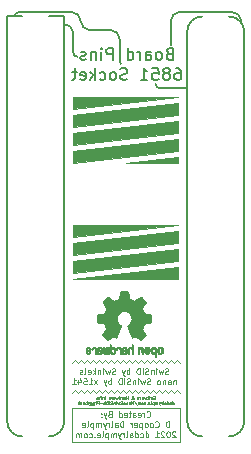
<source format=gbo>
G04 #@! TF.GenerationSoftware,KiCad,Pcbnew,5.1.9+dfsg1-1*
G04 #@! TF.CreationDate,2021-03-03T15:22:06-06:00*
G04 #@! TF.ProjectId,Nano SwinSIDb,4e616e6f-2053-4776-996e-534944622e6b,rev?*
G04 #@! TF.SameCoordinates,Original*
G04 #@! TF.FileFunction,Legend,Bot*
G04 #@! TF.FilePolarity,Positive*
%FSLAX46Y46*%
G04 Gerber Fmt 4.6, Leading zero omitted, Abs format (unit mm)*
G04 Created by KiCad (PCBNEW 5.1.9+dfsg1-1) date 2021-03-03 15:22:06*
%MOMM*%
%LPD*%
G01*
G04 APERTURE LIST*
%ADD10C,0.100000*%
%ADD11C,0.120000*%
%ADD12C,0.062500*%
%ADD13C,0.150000*%
%ADD14C,0.200000*%
%ADD15C,0.010000*%
G04 APERTURE END LIST*
D10*
G36*
X107442000Y-92456000D02*
G01*
X102997000Y-92456000D01*
X107442000Y-91948000D01*
X107442000Y-92456000D01*
G37*
X107442000Y-92456000D02*
X102997000Y-92456000D01*
X107442000Y-91948000D01*
X107442000Y-92456000D01*
G36*
X98552000Y-87884000D02*
G01*
X98552000Y-86868000D01*
X107442000Y-86868000D01*
X98552000Y-87884000D01*
G37*
X98552000Y-87884000D02*
X98552000Y-86868000D01*
X107442000Y-86868000D01*
X98552000Y-87884000D01*
G36*
X107442000Y-102235000D02*
G01*
X98552000Y-102235000D01*
X107442000Y-101219000D01*
X107442000Y-102235000D01*
G37*
X107442000Y-102235000D02*
X98552000Y-102235000D01*
X107442000Y-101219000D01*
X107442000Y-102235000D01*
G36*
X107442000Y-100711000D02*
G01*
X98552000Y-101727000D01*
X98552000Y-100711000D01*
X107442000Y-99695000D01*
X107442000Y-100711000D01*
G37*
X107442000Y-100711000D02*
X98552000Y-101727000D01*
X98552000Y-100711000D01*
X107442000Y-99695000D01*
X107442000Y-100711000D01*
G36*
X107442000Y-99187000D02*
G01*
X98552000Y-100203000D01*
X98552000Y-99187000D01*
X107442000Y-98171000D01*
X107442000Y-99187000D01*
G37*
X107442000Y-99187000D02*
X98552000Y-100203000D01*
X98552000Y-99187000D01*
X107442000Y-98171000D01*
X107442000Y-99187000D01*
G36*
X98552000Y-98679000D02*
G01*
X98552000Y-97663000D01*
X107442000Y-97663000D01*
X98552000Y-98679000D01*
G37*
X98552000Y-98679000D02*
X98552000Y-97663000D01*
X107442000Y-97663000D01*
X98552000Y-98679000D01*
G36*
X107442000Y-91440000D02*
G01*
X98552000Y-92456000D01*
X98552000Y-91440000D01*
X107442000Y-90424000D01*
X107442000Y-91440000D01*
G37*
X107442000Y-91440000D02*
X98552000Y-92456000D01*
X98552000Y-91440000D01*
X107442000Y-90424000D01*
X107442000Y-91440000D01*
G36*
X107442000Y-89916000D02*
G01*
X98552000Y-90932000D01*
X98552000Y-89916000D01*
X107442000Y-88900000D01*
X107442000Y-89916000D01*
G37*
X107442000Y-89916000D02*
X98552000Y-90932000D01*
X98552000Y-89916000D01*
X107442000Y-88900000D01*
X107442000Y-89916000D01*
G36*
X107442000Y-88392000D02*
G01*
X98552000Y-89408000D01*
X98552000Y-88392000D01*
X107442000Y-87376000D01*
X107442000Y-88392000D01*
G37*
X107442000Y-88392000D02*
X98552000Y-89408000D01*
X98552000Y-88392000D01*
X107442000Y-87376000D01*
X107442000Y-88392000D01*
D11*
X103759000Y-109093000D02*
X103505000Y-109347000D01*
X101727000Y-109093000D02*
X101473000Y-109347000D01*
X98679000Y-109093000D02*
X98425000Y-109347000D01*
X106045000Y-109347000D02*
X105791000Y-109093000D01*
X107569000Y-109347000D02*
X107315000Y-109093000D01*
X100203000Y-109093000D02*
X99949000Y-109347000D01*
X99441000Y-109347000D02*
X99187000Y-109093000D01*
X100711000Y-109093000D02*
X100457000Y-109347000D01*
X100457000Y-109347000D02*
X100203000Y-109093000D01*
X101219000Y-109093000D02*
X100965000Y-109347000D01*
X101981000Y-109347000D02*
X101727000Y-109093000D01*
X100965000Y-109347000D02*
X100711000Y-109093000D01*
X98933000Y-109347000D02*
X98679000Y-109093000D01*
X99949000Y-109347000D02*
X99695000Y-109093000D01*
X102235000Y-109093000D02*
X101981000Y-109347000D01*
X101473000Y-109347000D02*
X101219000Y-109093000D01*
X99187000Y-109093000D02*
X98933000Y-109347000D01*
X104521000Y-109347000D02*
X104267000Y-109093000D01*
X104267000Y-109093000D02*
X104013000Y-109347000D01*
X106807000Y-109093000D02*
X106553000Y-109347000D01*
X102489000Y-109347000D02*
X102235000Y-109093000D01*
X105791000Y-109093000D02*
X105537000Y-109347000D01*
X105283000Y-109093000D02*
X105029000Y-109347000D01*
X107061000Y-109347000D02*
X106807000Y-109093000D01*
X102743000Y-109093000D02*
X102489000Y-109347000D01*
X105537000Y-109347000D02*
X105283000Y-109093000D01*
X99695000Y-109093000D02*
X99441000Y-109347000D01*
X105029000Y-109347000D02*
X104775000Y-109093000D01*
X106299000Y-109093000D02*
X106045000Y-109347000D01*
X102997000Y-109347000D02*
X102743000Y-109093000D01*
X103251000Y-109093000D02*
X102997000Y-109347000D01*
X106553000Y-109347000D02*
X106299000Y-109093000D01*
X104013000Y-109347000D02*
X103759000Y-109093000D01*
X107315000Y-109093000D02*
X107061000Y-109347000D01*
X104775000Y-109093000D02*
X104521000Y-109347000D01*
X103505000Y-109347000D02*
X103251000Y-109093000D01*
X98679000Y-111633000D02*
X98425000Y-111887000D01*
X98933000Y-111887000D02*
X98679000Y-111633000D01*
X99187000Y-111633000D02*
X98933000Y-111887000D01*
X99441000Y-111887000D02*
X99187000Y-111633000D01*
X99695000Y-111633000D02*
X99441000Y-111887000D01*
X99949000Y-111887000D02*
X99695000Y-111633000D01*
X100203000Y-111633000D02*
X99949000Y-111887000D01*
X100457000Y-111887000D02*
X100203000Y-111633000D01*
X100711000Y-111633000D02*
X100457000Y-111887000D01*
X100965000Y-111887000D02*
X100711000Y-111633000D01*
X101219000Y-111633000D02*
X100965000Y-111887000D01*
X101473000Y-111887000D02*
X101219000Y-111633000D01*
X101727000Y-111633000D02*
X101473000Y-111887000D01*
X101981000Y-111887000D02*
X101727000Y-111633000D01*
X102235000Y-111633000D02*
X101981000Y-111887000D01*
X102489000Y-111887000D02*
X102235000Y-111633000D01*
X102743000Y-111633000D02*
X102489000Y-111887000D01*
X102997000Y-111887000D02*
X102743000Y-111633000D01*
X103251000Y-111633000D02*
X102997000Y-111887000D01*
X103505000Y-111887000D02*
X103251000Y-111633000D01*
X103759000Y-111633000D02*
X103505000Y-111887000D01*
X104013000Y-111887000D02*
X103759000Y-111633000D01*
X104267000Y-111633000D02*
X104013000Y-111887000D01*
X104521000Y-111887000D02*
X104267000Y-111633000D01*
X104775000Y-111633000D02*
X104521000Y-111887000D01*
X105029000Y-111887000D02*
X104775000Y-111633000D01*
X105283000Y-111633000D02*
X105029000Y-111887000D01*
X105537000Y-111887000D02*
X105283000Y-111633000D01*
X105791000Y-111633000D02*
X105537000Y-111887000D01*
X106045000Y-111887000D02*
X105791000Y-111633000D01*
X106299000Y-111633000D02*
X106045000Y-111887000D01*
X106553000Y-111887000D02*
X106299000Y-111633000D01*
X106807000Y-111633000D02*
X106553000Y-111887000D01*
X107061000Y-111887000D02*
X106807000Y-111633000D01*
X107315000Y-111633000D02*
X107061000Y-111887000D01*
X107569000Y-111887000D02*
X107315000Y-111633000D01*
D10*
X106620000Y-110267380D02*
X106548571Y-110291190D01*
X106429523Y-110291190D01*
X106381904Y-110267380D01*
X106358095Y-110243571D01*
X106334285Y-110195952D01*
X106334285Y-110148333D01*
X106358095Y-110100714D01*
X106381904Y-110076904D01*
X106429523Y-110053095D01*
X106524761Y-110029285D01*
X106572380Y-110005476D01*
X106596190Y-109981666D01*
X106620000Y-109934047D01*
X106620000Y-109886428D01*
X106596190Y-109838809D01*
X106572380Y-109815000D01*
X106524761Y-109791190D01*
X106405714Y-109791190D01*
X106334285Y-109815000D01*
X106167619Y-109957857D02*
X106072380Y-110291190D01*
X105977142Y-110053095D01*
X105881904Y-110291190D01*
X105786666Y-109957857D01*
X105596190Y-110291190D02*
X105596190Y-109957857D01*
X105596190Y-109791190D02*
X105620000Y-109815000D01*
X105596190Y-109838809D01*
X105572380Y-109815000D01*
X105596190Y-109791190D01*
X105596190Y-109838809D01*
X105358095Y-109957857D02*
X105358095Y-110291190D01*
X105358095Y-110005476D02*
X105334285Y-109981666D01*
X105286666Y-109957857D01*
X105215238Y-109957857D01*
X105167619Y-109981666D01*
X105143809Y-110029285D01*
X105143809Y-110291190D01*
X104929523Y-110267380D02*
X104858095Y-110291190D01*
X104739047Y-110291190D01*
X104691428Y-110267380D01*
X104667619Y-110243571D01*
X104643809Y-110195952D01*
X104643809Y-110148333D01*
X104667619Y-110100714D01*
X104691428Y-110076904D01*
X104739047Y-110053095D01*
X104834285Y-110029285D01*
X104881904Y-110005476D01*
X104905714Y-109981666D01*
X104929523Y-109934047D01*
X104929523Y-109886428D01*
X104905714Y-109838809D01*
X104881904Y-109815000D01*
X104834285Y-109791190D01*
X104715238Y-109791190D01*
X104643809Y-109815000D01*
X104429523Y-110291190D02*
X104429523Y-109791190D01*
X104191428Y-110291190D02*
X104191428Y-109791190D01*
X104072380Y-109791190D01*
X104000952Y-109815000D01*
X103953333Y-109862619D01*
X103929523Y-109910238D01*
X103905714Y-110005476D01*
X103905714Y-110076904D01*
X103929523Y-110172142D01*
X103953333Y-110219761D01*
X104000952Y-110267380D01*
X104072380Y-110291190D01*
X104191428Y-110291190D01*
X103310476Y-110291190D02*
X103310476Y-109791190D01*
X103310476Y-109981666D02*
X103262857Y-109957857D01*
X103167619Y-109957857D01*
X103120000Y-109981666D01*
X103096190Y-110005476D01*
X103072380Y-110053095D01*
X103072380Y-110195952D01*
X103096190Y-110243571D01*
X103120000Y-110267380D01*
X103167619Y-110291190D01*
X103262857Y-110291190D01*
X103310476Y-110267380D01*
X102905714Y-109957857D02*
X102786666Y-110291190D01*
X102667619Y-109957857D02*
X102786666Y-110291190D01*
X102834285Y-110410238D01*
X102858095Y-110434047D01*
X102905714Y-110457857D01*
X102120000Y-110267380D02*
X102048571Y-110291190D01*
X101929523Y-110291190D01*
X101881904Y-110267380D01*
X101858095Y-110243571D01*
X101834285Y-110195952D01*
X101834285Y-110148333D01*
X101858095Y-110100714D01*
X101881904Y-110076904D01*
X101929523Y-110053095D01*
X102024761Y-110029285D01*
X102072380Y-110005476D01*
X102096190Y-109981666D01*
X102120000Y-109934047D01*
X102120000Y-109886428D01*
X102096190Y-109838809D01*
X102072380Y-109815000D01*
X102024761Y-109791190D01*
X101905714Y-109791190D01*
X101834285Y-109815000D01*
X101667619Y-109957857D02*
X101572380Y-110291190D01*
X101477142Y-110053095D01*
X101381904Y-110291190D01*
X101286666Y-109957857D01*
X101096190Y-110291190D02*
X101096190Y-109957857D01*
X101096190Y-109791190D02*
X101120000Y-109815000D01*
X101096190Y-109838809D01*
X101072380Y-109815000D01*
X101096190Y-109791190D01*
X101096190Y-109838809D01*
X100858095Y-109957857D02*
X100858095Y-110291190D01*
X100858095Y-110005476D02*
X100834285Y-109981666D01*
X100786666Y-109957857D01*
X100715238Y-109957857D01*
X100667619Y-109981666D01*
X100643809Y-110029285D01*
X100643809Y-110291190D01*
X100405714Y-110291190D02*
X100405714Y-109791190D01*
X100358095Y-110100714D02*
X100215238Y-110291190D01*
X100215238Y-109957857D02*
X100405714Y-110148333D01*
X99810476Y-110267380D02*
X99858095Y-110291190D01*
X99953333Y-110291190D01*
X100000952Y-110267380D01*
X100024761Y-110219761D01*
X100024761Y-110029285D01*
X100000952Y-109981666D01*
X99953333Y-109957857D01*
X99858095Y-109957857D01*
X99810476Y-109981666D01*
X99786666Y-110029285D01*
X99786666Y-110076904D01*
X100024761Y-110124523D01*
X99500952Y-110291190D02*
X99548571Y-110267380D01*
X99572380Y-110219761D01*
X99572380Y-109791190D01*
X99334285Y-110267380D02*
X99286666Y-110291190D01*
X99191428Y-110291190D01*
X99143809Y-110267380D01*
X99120000Y-110219761D01*
X99120000Y-110195952D01*
X99143809Y-110148333D01*
X99191428Y-110124523D01*
X99262857Y-110124523D01*
X99310476Y-110100714D01*
X99334285Y-110053095D01*
X99334285Y-110029285D01*
X99310476Y-109981666D01*
X99262857Y-109957857D01*
X99191428Y-109957857D01*
X99143809Y-109981666D01*
X107250952Y-110807857D02*
X107250952Y-111141190D01*
X107250952Y-110855476D02*
X107227142Y-110831666D01*
X107179523Y-110807857D01*
X107108095Y-110807857D01*
X107060476Y-110831666D01*
X107036666Y-110879285D01*
X107036666Y-111141190D01*
X106584285Y-111141190D02*
X106584285Y-110879285D01*
X106608095Y-110831666D01*
X106655714Y-110807857D01*
X106750952Y-110807857D01*
X106798571Y-110831666D01*
X106584285Y-111117380D02*
X106631904Y-111141190D01*
X106750952Y-111141190D01*
X106798571Y-111117380D01*
X106822380Y-111069761D01*
X106822380Y-111022142D01*
X106798571Y-110974523D01*
X106750952Y-110950714D01*
X106631904Y-110950714D01*
X106584285Y-110926904D01*
X106346190Y-110807857D02*
X106346190Y-111141190D01*
X106346190Y-110855476D02*
X106322380Y-110831666D01*
X106274761Y-110807857D01*
X106203333Y-110807857D01*
X106155714Y-110831666D01*
X106131904Y-110879285D01*
X106131904Y-111141190D01*
X105822380Y-111141190D02*
X105870000Y-111117380D01*
X105893809Y-111093571D01*
X105917619Y-111045952D01*
X105917619Y-110903095D01*
X105893809Y-110855476D01*
X105870000Y-110831666D01*
X105822380Y-110807857D01*
X105750952Y-110807857D01*
X105703333Y-110831666D01*
X105679523Y-110855476D01*
X105655714Y-110903095D01*
X105655714Y-111045952D01*
X105679523Y-111093571D01*
X105703333Y-111117380D01*
X105750952Y-111141190D01*
X105822380Y-111141190D01*
X105084285Y-111117380D02*
X105012857Y-111141190D01*
X104893809Y-111141190D01*
X104846190Y-111117380D01*
X104822380Y-111093571D01*
X104798571Y-111045952D01*
X104798571Y-110998333D01*
X104822380Y-110950714D01*
X104846190Y-110926904D01*
X104893809Y-110903095D01*
X104989047Y-110879285D01*
X105036666Y-110855476D01*
X105060476Y-110831666D01*
X105084285Y-110784047D01*
X105084285Y-110736428D01*
X105060476Y-110688809D01*
X105036666Y-110665000D01*
X104989047Y-110641190D01*
X104870000Y-110641190D01*
X104798571Y-110665000D01*
X104631904Y-110807857D02*
X104536666Y-111141190D01*
X104441428Y-110903095D01*
X104346190Y-111141190D01*
X104250952Y-110807857D01*
X104060476Y-111141190D02*
X104060476Y-110807857D01*
X104060476Y-110641190D02*
X104084285Y-110665000D01*
X104060476Y-110688809D01*
X104036666Y-110665000D01*
X104060476Y-110641190D01*
X104060476Y-110688809D01*
X103822380Y-110807857D02*
X103822380Y-111141190D01*
X103822380Y-110855476D02*
X103798571Y-110831666D01*
X103750952Y-110807857D01*
X103679523Y-110807857D01*
X103631904Y-110831666D01*
X103608095Y-110879285D01*
X103608095Y-111141190D01*
X103393809Y-111117380D02*
X103322380Y-111141190D01*
X103203333Y-111141190D01*
X103155714Y-111117380D01*
X103131904Y-111093571D01*
X103108095Y-111045952D01*
X103108095Y-110998333D01*
X103131904Y-110950714D01*
X103155714Y-110926904D01*
X103203333Y-110903095D01*
X103298571Y-110879285D01*
X103346190Y-110855476D01*
X103370000Y-110831666D01*
X103393809Y-110784047D01*
X103393809Y-110736428D01*
X103370000Y-110688809D01*
X103346190Y-110665000D01*
X103298571Y-110641190D01*
X103179523Y-110641190D01*
X103108095Y-110665000D01*
X102893809Y-111141190D02*
X102893809Y-110641190D01*
X102655714Y-111141190D02*
X102655714Y-110641190D01*
X102536666Y-110641190D01*
X102465238Y-110665000D01*
X102417619Y-110712619D01*
X102393809Y-110760238D01*
X102370000Y-110855476D01*
X102370000Y-110926904D01*
X102393809Y-111022142D01*
X102417619Y-111069761D01*
X102465238Y-111117380D01*
X102536666Y-111141190D01*
X102655714Y-111141190D01*
X101774761Y-111141190D02*
X101774761Y-110641190D01*
X101774761Y-110831666D02*
X101727142Y-110807857D01*
X101631904Y-110807857D01*
X101584285Y-110831666D01*
X101560476Y-110855476D01*
X101536666Y-110903095D01*
X101536666Y-111045952D01*
X101560476Y-111093571D01*
X101584285Y-111117380D01*
X101631904Y-111141190D01*
X101727142Y-111141190D01*
X101774761Y-111117380D01*
X101370000Y-110807857D02*
X101250952Y-111141190D01*
X101131904Y-110807857D02*
X101250952Y-111141190D01*
X101298571Y-111260238D01*
X101322380Y-111284047D01*
X101370000Y-111307857D01*
X100608095Y-111141190D02*
X100346190Y-110807857D01*
X100608095Y-110807857D02*
X100346190Y-111141190D01*
X99893809Y-111141190D02*
X100179523Y-111141190D01*
X100036666Y-111141190D02*
X100036666Y-110641190D01*
X100084285Y-110712619D01*
X100131904Y-110760238D01*
X100179523Y-110784047D01*
X99441428Y-110641190D02*
X99679523Y-110641190D01*
X99703333Y-110879285D01*
X99679523Y-110855476D01*
X99631904Y-110831666D01*
X99512857Y-110831666D01*
X99465238Y-110855476D01*
X99441428Y-110879285D01*
X99417619Y-110926904D01*
X99417619Y-111045952D01*
X99441428Y-111093571D01*
X99465238Y-111117380D01*
X99512857Y-111141190D01*
X99631904Y-111141190D01*
X99679523Y-111117380D01*
X99703333Y-111093571D01*
X98989047Y-110807857D02*
X98989047Y-111141190D01*
X99108095Y-110617380D02*
X99227142Y-110974523D01*
X98917619Y-110974523D01*
X98465238Y-111141190D02*
X98750952Y-111141190D01*
X98608095Y-111141190D02*
X98608095Y-110641190D01*
X98655714Y-110712619D01*
X98703333Y-110760238D01*
X98750952Y-110784047D01*
D11*
X98425000Y-113157000D02*
X98425000Y-116078000D01*
X107569000Y-113157000D02*
X98425000Y-113157000D01*
X107569000Y-116078000D02*
X107569000Y-113157000D01*
X98425000Y-116078000D02*
X107569000Y-116078000D01*
D12*
X105473190Y-112404440D02*
X105437476Y-112416345D01*
X105377952Y-112416345D01*
X105354142Y-112404440D01*
X105342238Y-112392535D01*
X105330333Y-112368726D01*
X105330333Y-112344916D01*
X105342238Y-112321107D01*
X105354142Y-112309202D01*
X105377952Y-112297297D01*
X105425571Y-112285392D01*
X105449380Y-112273488D01*
X105461285Y-112261583D01*
X105473190Y-112237773D01*
X105473190Y-112213964D01*
X105461285Y-112190154D01*
X105449380Y-112178250D01*
X105425571Y-112166345D01*
X105366047Y-112166345D01*
X105330333Y-112178250D01*
X105187476Y-112416345D02*
X105211285Y-112404440D01*
X105223190Y-112392535D01*
X105235095Y-112368726D01*
X105235095Y-112297297D01*
X105223190Y-112273488D01*
X105211285Y-112261583D01*
X105187476Y-112249678D01*
X105151761Y-112249678D01*
X105127952Y-112261583D01*
X105116047Y-112273488D01*
X105104142Y-112297297D01*
X105104142Y-112368726D01*
X105116047Y-112392535D01*
X105127952Y-112404440D01*
X105151761Y-112416345D01*
X105187476Y-112416345D01*
X105032714Y-112249678D02*
X104937476Y-112249678D01*
X104997000Y-112416345D02*
X104997000Y-112202059D01*
X104985095Y-112178250D01*
X104961285Y-112166345D01*
X104937476Y-112166345D01*
X104889857Y-112249678D02*
X104794619Y-112249678D01*
X104854142Y-112166345D02*
X104854142Y-112380630D01*
X104842238Y-112404440D01*
X104818428Y-112416345D01*
X104794619Y-112416345D01*
X104735095Y-112249678D02*
X104687476Y-112416345D01*
X104639857Y-112297297D01*
X104592238Y-112416345D01*
X104544619Y-112249678D01*
X104342238Y-112416345D02*
X104342238Y-112285392D01*
X104354142Y-112261583D01*
X104377952Y-112249678D01*
X104425571Y-112249678D01*
X104449380Y-112261583D01*
X104342238Y-112404440D02*
X104366047Y-112416345D01*
X104425571Y-112416345D01*
X104449380Y-112404440D01*
X104461285Y-112380630D01*
X104461285Y-112356821D01*
X104449380Y-112333011D01*
X104425571Y-112321107D01*
X104366047Y-112321107D01*
X104342238Y-112309202D01*
X104223190Y-112416345D02*
X104223190Y-112249678D01*
X104223190Y-112297297D02*
X104211285Y-112273488D01*
X104199380Y-112261583D01*
X104175571Y-112249678D01*
X104151761Y-112249678D01*
X103973190Y-112404440D02*
X103997000Y-112416345D01*
X104044619Y-112416345D01*
X104068428Y-112404440D01*
X104080333Y-112380630D01*
X104080333Y-112285392D01*
X104068428Y-112261583D01*
X104044619Y-112249678D01*
X103997000Y-112249678D01*
X103973190Y-112261583D01*
X103961285Y-112285392D01*
X103961285Y-112309202D01*
X104080333Y-112333011D01*
X103461285Y-112416345D02*
X103473190Y-112416345D01*
X103497000Y-112404440D01*
X103532714Y-112368726D01*
X103592238Y-112297297D01*
X103616047Y-112261583D01*
X103627952Y-112225869D01*
X103627952Y-112202059D01*
X103616047Y-112178250D01*
X103592238Y-112166345D01*
X103580333Y-112166345D01*
X103556523Y-112178250D01*
X103544619Y-112202059D01*
X103544619Y-112213964D01*
X103556523Y-112237773D01*
X103568428Y-112249678D01*
X103639857Y-112297297D01*
X103651761Y-112309202D01*
X103663666Y-112333011D01*
X103663666Y-112368726D01*
X103651761Y-112392535D01*
X103639857Y-112404440D01*
X103616047Y-112416345D01*
X103580333Y-112416345D01*
X103556523Y-112404440D01*
X103544619Y-112392535D01*
X103508904Y-112344916D01*
X103497000Y-112309202D01*
X103497000Y-112285392D01*
X103163666Y-112416345D02*
X103163666Y-112166345D01*
X103163666Y-112285392D02*
X103020809Y-112285392D01*
X103020809Y-112416345D02*
X103020809Y-112166345D01*
X102794619Y-112416345D02*
X102794619Y-112285392D01*
X102806523Y-112261583D01*
X102830333Y-112249678D01*
X102877952Y-112249678D01*
X102901761Y-112261583D01*
X102794619Y-112404440D02*
X102818428Y-112416345D01*
X102877952Y-112416345D01*
X102901761Y-112404440D01*
X102913666Y-112380630D01*
X102913666Y-112356821D01*
X102901761Y-112333011D01*
X102877952Y-112321107D01*
X102818428Y-112321107D01*
X102794619Y-112309202D01*
X102675571Y-112416345D02*
X102675571Y-112249678D01*
X102675571Y-112297297D02*
X102663666Y-112273488D01*
X102651761Y-112261583D01*
X102627952Y-112249678D01*
X102604142Y-112249678D01*
X102413666Y-112416345D02*
X102413666Y-112166345D01*
X102413666Y-112404440D02*
X102437476Y-112416345D01*
X102485095Y-112416345D01*
X102508904Y-112404440D01*
X102520809Y-112392535D01*
X102532714Y-112368726D01*
X102532714Y-112297297D01*
X102520809Y-112273488D01*
X102508904Y-112261583D01*
X102485095Y-112249678D01*
X102437476Y-112249678D01*
X102413666Y-112261583D01*
X102318428Y-112249678D02*
X102270809Y-112416345D01*
X102223190Y-112297297D01*
X102175571Y-112416345D01*
X102127952Y-112249678D01*
X101925571Y-112416345D02*
X101925571Y-112285392D01*
X101937476Y-112261583D01*
X101961285Y-112249678D01*
X102008904Y-112249678D01*
X102032714Y-112261583D01*
X101925571Y-112404440D02*
X101949380Y-112416345D01*
X102008904Y-112416345D01*
X102032714Y-112404440D01*
X102044619Y-112380630D01*
X102044619Y-112356821D01*
X102032714Y-112333011D01*
X102008904Y-112321107D01*
X101949380Y-112321107D01*
X101925571Y-112309202D01*
X101806523Y-112416345D02*
X101806523Y-112249678D01*
X101806523Y-112297297D02*
X101794619Y-112273488D01*
X101782714Y-112261583D01*
X101758904Y-112249678D01*
X101735095Y-112249678D01*
X101556523Y-112404440D02*
X101580333Y-112416345D01*
X101627952Y-112416345D01*
X101651761Y-112404440D01*
X101663666Y-112380630D01*
X101663666Y-112285392D01*
X101651761Y-112261583D01*
X101627952Y-112249678D01*
X101580333Y-112249678D01*
X101556523Y-112261583D01*
X101544619Y-112285392D01*
X101544619Y-112309202D01*
X101663666Y-112333011D01*
X101247000Y-112416345D02*
X101247000Y-112166345D01*
X101127952Y-112249678D02*
X101127952Y-112416345D01*
X101127952Y-112273488D02*
X101116047Y-112261583D01*
X101092238Y-112249678D01*
X101056523Y-112249678D01*
X101032714Y-112261583D01*
X101020809Y-112285392D01*
X101020809Y-112416345D01*
X100937476Y-112249678D02*
X100842238Y-112249678D01*
X100901761Y-112416345D02*
X100901761Y-112202059D01*
X100889857Y-112178250D01*
X100866047Y-112166345D01*
X100842238Y-112166345D01*
X100723190Y-112416345D02*
X100747000Y-112404440D01*
X100758904Y-112392535D01*
X100770809Y-112368726D01*
X100770809Y-112297297D01*
X100758904Y-112273488D01*
X100747000Y-112261583D01*
X100723190Y-112249678D01*
X100687476Y-112249678D01*
X100663666Y-112261583D01*
X100651761Y-112273488D01*
X100639857Y-112297297D01*
X100639857Y-112368726D01*
X100651761Y-112392535D01*
X100663666Y-112404440D01*
X100687476Y-112416345D01*
X100723190Y-112416345D01*
X100532714Y-112392535D02*
X100520809Y-112404440D01*
X100532714Y-112416345D01*
X100544619Y-112404440D01*
X100532714Y-112392535D01*
X100532714Y-112416345D01*
X100532714Y-112261583D02*
X100520809Y-112273488D01*
X100532714Y-112285392D01*
X100544619Y-112273488D01*
X100532714Y-112261583D01*
X100532714Y-112285392D01*
X106949380Y-112853845D02*
X106949380Y-112603845D01*
X106949380Y-112841940D02*
X106973190Y-112853845D01*
X107020809Y-112853845D01*
X107044619Y-112841940D01*
X107056523Y-112830035D01*
X107068428Y-112806226D01*
X107068428Y-112734797D01*
X107056523Y-112710988D01*
X107044619Y-112699083D01*
X107020809Y-112687178D01*
X106973190Y-112687178D01*
X106949380Y-112699083D01*
X106723190Y-112841940D02*
X106747000Y-112853845D01*
X106794619Y-112853845D01*
X106818428Y-112841940D01*
X106830333Y-112830035D01*
X106842238Y-112806226D01*
X106842238Y-112734797D01*
X106830333Y-112710988D01*
X106818428Y-112699083D01*
X106794619Y-112687178D01*
X106747000Y-112687178D01*
X106723190Y-112699083D01*
X106508904Y-112853845D02*
X106508904Y-112603845D01*
X106508904Y-112841940D02*
X106532714Y-112853845D01*
X106580333Y-112853845D01*
X106604142Y-112841940D01*
X106616047Y-112830035D01*
X106627952Y-112806226D01*
X106627952Y-112734797D01*
X106616047Y-112710988D01*
X106604142Y-112699083D01*
X106580333Y-112687178D01*
X106532714Y-112687178D01*
X106508904Y-112699083D01*
X106282714Y-112853845D02*
X106282714Y-112722892D01*
X106294619Y-112699083D01*
X106318428Y-112687178D01*
X106366047Y-112687178D01*
X106389857Y-112699083D01*
X106282714Y-112841940D02*
X106306523Y-112853845D01*
X106366047Y-112853845D01*
X106389857Y-112841940D01*
X106401761Y-112818130D01*
X106401761Y-112794321D01*
X106389857Y-112770511D01*
X106366047Y-112758607D01*
X106306523Y-112758607D01*
X106282714Y-112746702D01*
X106127952Y-112853845D02*
X106151761Y-112841940D01*
X106163666Y-112818130D01*
X106163666Y-112603845D01*
X106032714Y-112853845D02*
X106032714Y-112687178D01*
X106032714Y-112734797D02*
X106020809Y-112710988D01*
X106008904Y-112699083D01*
X105985095Y-112687178D01*
X105961285Y-112687178D01*
X105901761Y-112687178D02*
X105842238Y-112853845D01*
X105782714Y-112687178D02*
X105842238Y-112853845D01*
X105866047Y-112913369D01*
X105877952Y-112925273D01*
X105901761Y-112937178D01*
X105687476Y-112853845D02*
X105687476Y-112687178D01*
X105687476Y-112710988D02*
X105675571Y-112699083D01*
X105651761Y-112687178D01*
X105616047Y-112687178D01*
X105592238Y-112699083D01*
X105580333Y-112722892D01*
X105580333Y-112853845D01*
X105580333Y-112722892D02*
X105568428Y-112699083D01*
X105544619Y-112687178D01*
X105508904Y-112687178D01*
X105485095Y-112699083D01*
X105473190Y-112722892D01*
X105473190Y-112853845D01*
X105354142Y-112687178D02*
X105354142Y-112937178D01*
X105354142Y-112699083D02*
X105330333Y-112687178D01*
X105282714Y-112687178D01*
X105258904Y-112699083D01*
X105247000Y-112710988D01*
X105235095Y-112734797D01*
X105235095Y-112806226D01*
X105247000Y-112830035D01*
X105258904Y-112841940D01*
X105282714Y-112853845D01*
X105330333Y-112853845D01*
X105354142Y-112841940D01*
X105092238Y-112853845D02*
X105116047Y-112841940D01*
X105127952Y-112818130D01*
X105127952Y-112603845D01*
X104901761Y-112841940D02*
X104925571Y-112853845D01*
X104973190Y-112853845D01*
X104997000Y-112841940D01*
X105008904Y-112818130D01*
X105008904Y-112722892D01*
X104997000Y-112699083D01*
X104973190Y-112687178D01*
X104925571Y-112687178D01*
X104901761Y-112699083D01*
X104889857Y-112722892D01*
X104889857Y-112746702D01*
X105008904Y-112770511D01*
X104782714Y-112830035D02*
X104770809Y-112841940D01*
X104782714Y-112853845D01*
X104794619Y-112841940D01*
X104782714Y-112830035D01*
X104782714Y-112853845D01*
X104556523Y-112841940D02*
X104580333Y-112853845D01*
X104627952Y-112853845D01*
X104651761Y-112841940D01*
X104663666Y-112830035D01*
X104675571Y-112806226D01*
X104675571Y-112734797D01*
X104663666Y-112710988D01*
X104651761Y-112699083D01*
X104627952Y-112687178D01*
X104580333Y-112687178D01*
X104556523Y-112699083D01*
X104413666Y-112853845D02*
X104437476Y-112841940D01*
X104449380Y-112830035D01*
X104461285Y-112806226D01*
X104461285Y-112734797D01*
X104449380Y-112710988D01*
X104437476Y-112699083D01*
X104413666Y-112687178D01*
X104377952Y-112687178D01*
X104354142Y-112699083D01*
X104342238Y-112710988D01*
X104330333Y-112734797D01*
X104330333Y-112806226D01*
X104342238Y-112830035D01*
X104354142Y-112841940D01*
X104377952Y-112853845D01*
X104413666Y-112853845D01*
X104223190Y-112853845D02*
X104223190Y-112687178D01*
X104223190Y-112710988D02*
X104211285Y-112699083D01*
X104187476Y-112687178D01*
X104151761Y-112687178D01*
X104127952Y-112699083D01*
X104116047Y-112722892D01*
X104116047Y-112853845D01*
X104116047Y-112722892D02*
X104104142Y-112699083D01*
X104080333Y-112687178D01*
X104044619Y-112687178D01*
X104020809Y-112699083D01*
X104008904Y-112722892D01*
X104008904Y-112853845D01*
X103711285Y-112591940D02*
X103925571Y-112913369D01*
X103627952Y-112853845D02*
X103627952Y-112603845D01*
X103485095Y-112853845D01*
X103485095Y-112603845D01*
X103258904Y-112853845D02*
X103258904Y-112722892D01*
X103270809Y-112699083D01*
X103294619Y-112687178D01*
X103342238Y-112687178D01*
X103366047Y-112699083D01*
X103258904Y-112841940D02*
X103282714Y-112853845D01*
X103342238Y-112853845D01*
X103366047Y-112841940D01*
X103377952Y-112818130D01*
X103377952Y-112794321D01*
X103366047Y-112770511D01*
X103342238Y-112758607D01*
X103282714Y-112758607D01*
X103258904Y-112746702D01*
X103139857Y-112687178D02*
X103139857Y-112853845D01*
X103139857Y-112710988D02*
X103127952Y-112699083D01*
X103104142Y-112687178D01*
X103068428Y-112687178D01*
X103044619Y-112699083D01*
X103032714Y-112722892D01*
X103032714Y-112853845D01*
X102877952Y-112853845D02*
X102901761Y-112841940D01*
X102913666Y-112830035D01*
X102925571Y-112806226D01*
X102925571Y-112734797D01*
X102913666Y-112710988D01*
X102901761Y-112699083D01*
X102877952Y-112687178D01*
X102842238Y-112687178D01*
X102818428Y-112699083D01*
X102806523Y-112710988D01*
X102794619Y-112734797D01*
X102794619Y-112806226D01*
X102806523Y-112830035D01*
X102818428Y-112841940D01*
X102842238Y-112853845D01*
X102877952Y-112853845D01*
X102699380Y-112841940D02*
X102663666Y-112853845D01*
X102604142Y-112853845D01*
X102580333Y-112841940D01*
X102568428Y-112830035D01*
X102556523Y-112806226D01*
X102556523Y-112782416D01*
X102568428Y-112758607D01*
X102580333Y-112746702D01*
X102604142Y-112734797D01*
X102651761Y-112722892D01*
X102675571Y-112710988D01*
X102687476Y-112699083D01*
X102699380Y-112675273D01*
X102699380Y-112651464D01*
X102687476Y-112627654D01*
X102675571Y-112615750D01*
X102651761Y-112603845D01*
X102592238Y-112603845D01*
X102556523Y-112615750D01*
X102473190Y-112687178D02*
X102425571Y-112853845D01*
X102377952Y-112734797D01*
X102330333Y-112853845D01*
X102282714Y-112687178D01*
X102187476Y-112853845D02*
X102187476Y-112687178D01*
X102187476Y-112603845D02*
X102199380Y-112615750D01*
X102187476Y-112627654D01*
X102175571Y-112615750D01*
X102187476Y-112603845D01*
X102187476Y-112627654D01*
X102068428Y-112687178D02*
X102068428Y-112853845D01*
X102068428Y-112710988D02*
X102056523Y-112699083D01*
X102032714Y-112687178D01*
X101997000Y-112687178D01*
X101973190Y-112699083D01*
X101961285Y-112722892D01*
X101961285Y-112853845D01*
X101854142Y-112841940D02*
X101818428Y-112853845D01*
X101758904Y-112853845D01*
X101735095Y-112841940D01*
X101723190Y-112830035D01*
X101711285Y-112806226D01*
X101711285Y-112782416D01*
X101723190Y-112758607D01*
X101735095Y-112746702D01*
X101758904Y-112734797D01*
X101806523Y-112722892D01*
X101830333Y-112710988D01*
X101842238Y-112699083D01*
X101854142Y-112675273D01*
X101854142Y-112651464D01*
X101842238Y-112627654D01*
X101830333Y-112615750D01*
X101806523Y-112603845D01*
X101747000Y-112603845D01*
X101711285Y-112615750D01*
X101604142Y-112853845D02*
X101604142Y-112603845D01*
X101485095Y-112853845D02*
X101485095Y-112603845D01*
X101425571Y-112603845D01*
X101389857Y-112615750D01*
X101366047Y-112639559D01*
X101354142Y-112663369D01*
X101342238Y-112710988D01*
X101342238Y-112746702D01*
X101354142Y-112794321D01*
X101366047Y-112818130D01*
X101389857Y-112841940D01*
X101425571Y-112853845D01*
X101485095Y-112853845D01*
X101235095Y-112853845D02*
X101235095Y-112603845D01*
X101235095Y-112699083D02*
X101211285Y-112687178D01*
X101163666Y-112687178D01*
X101139857Y-112699083D01*
X101127952Y-112710988D01*
X101116047Y-112734797D01*
X101116047Y-112806226D01*
X101127952Y-112830035D01*
X101139857Y-112841940D01*
X101163666Y-112853845D01*
X101211285Y-112853845D01*
X101235095Y-112841940D01*
X101008904Y-112758607D02*
X100818428Y-112758607D01*
X100699380Y-112853845D02*
X100699380Y-112603845D01*
X100604142Y-112603845D01*
X100580333Y-112615750D01*
X100568428Y-112627654D01*
X100556523Y-112651464D01*
X100556523Y-112687178D01*
X100568428Y-112710988D01*
X100580333Y-112722892D01*
X100604142Y-112734797D01*
X100699380Y-112734797D01*
X100449380Y-112853845D02*
X100449380Y-112687178D01*
X100449380Y-112603845D02*
X100461285Y-112615750D01*
X100449380Y-112627654D01*
X100437476Y-112615750D01*
X100449380Y-112603845D01*
X100449380Y-112627654D01*
X100223190Y-112687178D02*
X100223190Y-112889559D01*
X100235095Y-112913369D01*
X100247000Y-112925273D01*
X100270809Y-112937178D01*
X100306523Y-112937178D01*
X100330333Y-112925273D01*
X100223190Y-112841940D02*
X100247000Y-112853845D01*
X100294619Y-112853845D01*
X100318428Y-112841940D01*
X100330333Y-112830035D01*
X100342238Y-112806226D01*
X100342238Y-112734797D01*
X100330333Y-112710988D01*
X100318428Y-112699083D01*
X100294619Y-112687178D01*
X100247000Y-112687178D01*
X100223190Y-112699083D01*
X99997000Y-112687178D02*
X99997000Y-112889559D01*
X100008904Y-112913369D01*
X100020809Y-112925273D01*
X100044619Y-112937178D01*
X100080333Y-112937178D01*
X100104142Y-112925273D01*
X99997000Y-112841940D02*
X100020809Y-112853845D01*
X100068428Y-112853845D01*
X100092238Y-112841940D01*
X100104142Y-112830035D01*
X100116047Y-112806226D01*
X100116047Y-112734797D01*
X100104142Y-112710988D01*
X100092238Y-112699083D01*
X100068428Y-112687178D01*
X100020809Y-112687178D01*
X99997000Y-112699083D01*
X99901761Y-112687178D02*
X99842238Y-112853845D01*
X99782714Y-112687178D02*
X99842238Y-112853845D01*
X99866047Y-112913369D01*
X99877952Y-112925273D01*
X99901761Y-112937178D01*
X99687476Y-112853845D02*
X99687476Y-112603845D01*
X99687476Y-112699083D02*
X99663666Y-112687178D01*
X99616047Y-112687178D01*
X99592238Y-112699083D01*
X99580333Y-112710988D01*
X99568428Y-112734797D01*
X99568428Y-112806226D01*
X99580333Y-112830035D01*
X99592238Y-112841940D01*
X99616047Y-112853845D01*
X99663666Y-112853845D01*
X99687476Y-112841940D01*
X99354142Y-112853845D02*
X99354142Y-112722892D01*
X99366047Y-112699083D01*
X99389857Y-112687178D01*
X99437476Y-112687178D01*
X99461285Y-112699083D01*
X99354142Y-112841940D02*
X99377952Y-112853845D01*
X99437476Y-112853845D01*
X99461285Y-112841940D01*
X99473190Y-112818130D01*
X99473190Y-112794321D01*
X99461285Y-112770511D01*
X99437476Y-112758607D01*
X99377952Y-112758607D01*
X99354142Y-112746702D01*
X99127952Y-112841940D02*
X99151761Y-112853845D01*
X99199380Y-112853845D01*
X99223190Y-112841940D01*
X99235095Y-112830035D01*
X99247000Y-112806226D01*
X99247000Y-112734797D01*
X99235095Y-112710988D01*
X99223190Y-112699083D01*
X99199380Y-112687178D01*
X99151761Y-112687178D01*
X99127952Y-112699083D01*
X99020809Y-112853845D02*
X99020809Y-112603845D01*
X98997000Y-112758607D02*
X98925571Y-112853845D01*
X98925571Y-112687178D02*
X99020809Y-112782416D01*
D10*
X104770809Y-113882571D02*
X104794619Y-113906380D01*
X104866047Y-113930190D01*
X104913666Y-113930190D01*
X104985095Y-113906380D01*
X105032714Y-113858761D01*
X105056523Y-113811142D01*
X105080333Y-113715904D01*
X105080333Y-113644476D01*
X105056523Y-113549238D01*
X105032714Y-113501619D01*
X104985095Y-113454000D01*
X104913666Y-113430190D01*
X104866047Y-113430190D01*
X104794619Y-113454000D01*
X104770809Y-113477809D01*
X104556523Y-113930190D02*
X104556523Y-113596857D01*
X104556523Y-113692095D02*
X104532714Y-113644476D01*
X104508904Y-113620666D01*
X104461285Y-113596857D01*
X104413666Y-113596857D01*
X104056523Y-113906380D02*
X104104142Y-113930190D01*
X104199380Y-113930190D01*
X104247000Y-113906380D01*
X104270809Y-113858761D01*
X104270809Y-113668285D01*
X104247000Y-113620666D01*
X104199380Y-113596857D01*
X104104142Y-113596857D01*
X104056523Y-113620666D01*
X104032714Y-113668285D01*
X104032714Y-113715904D01*
X104270809Y-113763523D01*
X103604142Y-113930190D02*
X103604142Y-113668285D01*
X103627952Y-113620666D01*
X103675571Y-113596857D01*
X103770809Y-113596857D01*
X103818428Y-113620666D01*
X103604142Y-113906380D02*
X103651761Y-113930190D01*
X103770809Y-113930190D01*
X103818428Y-113906380D01*
X103842238Y-113858761D01*
X103842238Y-113811142D01*
X103818428Y-113763523D01*
X103770809Y-113739714D01*
X103651761Y-113739714D01*
X103604142Y-113715904D01*
X103437476Y-113596857D02*
X103247000Y-113596857D01*
X103366047Y-113430190D02*
X103366047Y-113858761D01*
X103342238Y-113906380D01*
X103294619Y-113930190D01*
X103247000Y-113930190D01*
X102889857Y-113906380D02*
X102937476Y-113930190D01*
X103032714Y-113930190D01*
X103080333Y-113906380D01*
X103104142Y-113858761D01*
X103104142Y-113668285D01*
X103080333Y-113620666D01*
X103032714Y-113596857D01*
X102937476Y-113596857D01*
X102889857Y-113620666D01*
X102866047Y-113668285D01*
X102866047Y-113715904D01*
X103104142Y-113763523D01*
X102437476Y-113930190D02*
X102437476Y-113430190D01*
X102437476Y-113906380D02*
X102485095Y-113930190D01*
X102580333Y-113930190D01*
X102627952Y-113906380D01*
X102651761Y-113882571D01*
X102675571Y-113834952D01*
X102675571Y-113692095D01*
X102651761Y-113644476D01*
X102627952Y-113620666D01*
X102580333Y-113596857D01*
X102485095Y-113596857D01*
X102437476Y-113620666D01*
X101651761Y-113668285D02*
X101580333Y-113692095D01*
X101556523Y-113715904D01*
X101532714Y-113763523D01*
X101532714Y-113834952D01*
X101556523Y-113882571D01*
X101580333Y-113906380D01*
X101627952Y-113930190D01*
X101818428Y-113930190D01*
X101818428Y-113430190D01*
X101651761Y-113430190D01*
X101604142Y-113454000D01*
X101580333Y-113477809D01*
X101556523Y-113525428D01*
X101556523Y-113573047D01*
X101580333Y-113620666D01*
X101604142Y-113644476D01*
X101651761Y-113668285D01*
X101818428Y-113668285D01*
X101366047Y-113596857D02*
X101247000Y-113930190D01*
X101127952Y-113596857D02*
X101247000Y-113930190D01*
X101294619Y-114049238D01*
X101318428Y-114073047D01*
X101366047Y-114096857D01*
X100937476Y-113882571D02*
X100913666Y-113906380D01*
X100937476Y-113930190D01*
X100961285Y-113906380D01*
X100937476Y-113882571D01*
X100937476Y-113930190D01*
X100937476Y-113620666D02*
X100913666Y-113644476D01*
X100937476Y-113668285D01*
X100961285Y-113644476D01*
X100937476Y-113620666D01*
X100937476Y-113668285D01*
X106663666Y-114780190D02*
X106663666Y-114280190D01*
X106544619Y-114280190D01*
X106473190Y-114304000D01*
X106425571Y-114351619D01*
X106401761Y-114399238D01*
X106377952Y-114494476D01*
X106377952Y-114565904D01*
X106401761Y-114661142D01*
X106425571Y-114708761D01*
X106473190Y-114756380D01*
X106544619Y-114780190D01*
X106663666Y-114780190D01*
X105497000Y-114732571D02*
X105520809Y-114756380D01*
X105592238Y-114780190D01*
X105639857Y-114780190D01*
X105711285Y-114756380D01*
X105758904Y-114708761D01*
X105782714Y-114661142D01*
X105806523Y-114565904D01*
X105806523Y-114494476D01*
X105782714Y-114399238D01*
X105758904Y-114351619D01*
X105711285Y-114304000D01*
X105639857Y-114280190D01*
X105592238Y-114280190D01*
X105520809Y-114304000D01*
X105497000Y-114327809D01*
X105211285Y-114780190D02*
X105258904Y-114756380D01*
X105282714Y-114732571D01*
X105306523Y-114684952D01*
X105306523Y-114542095D01*
X105282714Y-114494476D01*
X105258904Y-114470666D01*
X105211285Y-114446857D01*
X105139857Y-114446857D01*
X105092238Y-114470666D01*
X105068428Y-114494476D01*
X105044619Y-114542095D01*
X105044619Y-114684952D01*
X105068428Y-114732571D01*
X105092238Y-114756380D01*
X105139857Y-114780190D01*
X105211285Y-114780190D01*
X104758904Y-114780190D02*
X104806523Y-114756380D01*
X104830333Y-114732571D01*
X104854142Y-114684952D01*
X104854142Y-114542095D01*
X104830333Y-114494476D01*
X104806523Y-114470666D01*
X104758904Y-114446857D01*
X104687476Y-114446857D01*
X104639857Y-114470666D01*
X104616047Y-114494476D01*
X104592238Y-114542095D01*
X104592238Y-114684952D01*
X104616047Y-114732571D01*
X104639857Y-114756380D01*
X104687476Y-114780190D01*
X104758904Y-114780190D01*
X104377952Y-114446857D02*
X104377952Y-114946857D01*
X104377952Y-114470666D02*
X104330333Y-114446857D01*
X104235095Y-114446857D01*
X104187476Y-114470666D01*
X104163666Y-114494476D01*
X104139857Y-114542095D01*
X104139857Y-114684952D01*
X104163666Y-114732571D01*
X104187476Y-114756380D01*
X104235095Y-114780190D01*
X104330333Y-114780190D01*
X104377952Y-114756380D01*
X103735095Y-114756380D02*
X103782714Y-114780190D01*
X103877952Y-114780190D01*
X103925571Y-114756380D01*
X103949380Y-114708761D01*
X103949380Y-114518285D01*
X103925571Y-114470666D01*
X103877952Y-114446857D01*
X103782714Y-114446857D01*
X103735095Y-114470666D01*
X103711285Y-114518285D01*
X103711285Y-114565904D01*
X103949380Y-114613523D01*
X103497000Y-114780190D02*
X103497000Y-114446857D01*
X103497000Y-114542095D02*
X103473190Y-114494476D01*
X103449380Y-114470666D01*
X103401761Y-114446857D01*
X103354142Y-114446857D01*
X102806523Y-114780190D02*
X102806523Y-114280190D01*
X102687476Y-114280190D01*
X102616047Y-114304000D01*
X102568428Y-114351619D01*
X102544619Y-114399238D01*
X102520809Y-114494476D01*
X102520809Y-114565904D01*
X102544619Y-114661142D01*
X102568428Y-114708761D01*
X102616047Y-114756380D01*
X102687476Y-114780190D01*
X102806523Y-114780190D01*
X102092238Y-114780190D02*
X102092238Y-114518285D01*
X102116047Y-114470666D01*
X102163666Y-114446857D01*
X102258904Y-114446857D01*
X102306523Y-114470666D01*
X102092238Y-114756380D02*
X102139857Y-114780190D01*
X102258904Y-114780190D01*
X102306523Y-114756380D01*
X102330333Y-114708761D01*
X102330333Y-114661142D01*
X102306523Y-114613523D01*
X102258904Y-114589714D01*
X102139857Y-114589714D01*
X102092238Y-114565904D01*
X101782714Y-114780190D02*
X101830333Y-114756380D01*
X101854142Y-114708761D01*
X101854142Y-114280190D01*
X101592238Y-114780190D02*
X101592238Y-114446857D01*
X101592238Y-114542095D02*
X101568428Y-114494476D01*
X101544619Y-114470666D01*
X101497000Y-114446857D01*
X101449380Y-114446857D01*
X101330333Y-114446857D02*
X101211285Y-114780190D01*
X101092238Y-114446857D02*
X101211285Y-114780190D01*
X101258904Y-114899238D01*
X101282714Y-114923047D01*
X101330333Y-114946857D01*
X100901761Y-114780190D02*
X100901761Y-114446857D01*
X100901761Y-114494476D02*
X100877952Y-114470666D01*
X100830333Y-114446857D01*
X100758904Y-114446857D01*
X100711285Y-114470666D01*
X100687476Y-114518285D01*
X100687476Y-114780190D01*
X100687476Y-114518285D02*
X100663666Y-114470666D01*
X100616047Y-114446857D01*
X100544619Y-114446857D01*
X100497000Y-114470666D01*
X100473190Y-114518285D01*
X100473190Y-114780190D01*
X100235095Y-114446857D02*
X100235095Y-114946857D01*
X100235095Y-114470666D02*
X100187476Y-114446857D01*
X100092238Y-114446857D01*
X100044619Y-114470666D01*
X100020809Y-114494476D01*
X99997000Y-114542095D01*
X99997000Y-114684952D01*
X100020809Y-114732571D01*
X100044619Y-114756380D01*
X100092238Y-114780190D01*
X100187476Y-114780190D01*
X100235095Y-114756380D01*
X99711285Y-114780190D02*
X99758904Y-114756380D01*
X99782714Y-114708761D01*
X99782714Y-114280190D01*
X99330333Y-114756380D02*
X99377952Y-114780190D01*
X99473190Y-114780190D01*
X99520809Y-114756380D01*
X99544619Y-114708761D01*
X99544619Y-114518285D01*
X99520809Y-114470666D01*
X99473190Y-114446857D01*
X99377952Y-114446857D01*
X99330333Y-114470666D01*
X99306523Y-114518285D01*
X99306523Y-114565904D01*
X99544619Y-114613523D01*
X107211285Y-115177809D02*
X107187476Y-115154000D01*
X107139857Y-115130190D01*
X107020809Y-115130190D01*
X106973190Y-115154000D01*
X106949380Y-115177809D01*
X106925571Y-115225428D01*
X106925571Y-115273047D01*
X106949380Y-115344476D01*
X107235095Y-115630190D01*
X106925571Y-115630190D01*
X106616047Y-115130190D02*
X106568428Y-115130190D01*
X106520809Y-115154000D01*
X106497000Y-115177809D01*
X106473190Y-115225428D01*
X106449380Y-115320666D01*
X106449380Y-115439714D01*
X106473190Y-115534952D01*
X106497000Y-115582571D01*
X106520809Y-115606380D01*
X106568428Y-115630190D01*
X106616047Y-115630190D01*
X106663666Y-115606380D01*
X106687476Y-115582571D01*
X106711285Y-115534952D01*
X106735095Y-115439714D01*
X106735095Y-115320666D01*
X106711285Y-115225428D01*
X106687476Y-115177809D01*
X106663666Y-115154000D01*
X106616047Y-115130190D01*
X106258904Y-115177809D02*
X106235095Y-115154000D01*
X106187476Y-115130190D01*
X106068428Y-115130190D01*
X106020809Y-115154000D01*
X105997000Y-115177809D01*
X105973190Y-115225428D01*
X105973190Y-115273047D01*
X105997000Y-115344476D01*
X106282714Y-115630190D01*
X105973190Y-115630190D01*
X105497000Y-115630190D02*
X105782714Y-115630190D01*
X105639857Y-115630190D02*
X105639857Y-115130190D01*
X105687476Y-115201619D01*
X105735095Y-115249238D01*
X105782714Y-115273047D01*
X104687476Y-115630190D02*
X104687476Y-115130190D01*
X104687476Y-115606380D02*
X104735095Y-115630190D01*
X104830333Y-115630190D01*
X104877952Y-115606380D01*
X104901761Y-115582571D01*
X104925571Y-115534952D01*
X104925571Y-115392095D01*
X104901761Y-115344476D01*
X104877952Y-115320666D01*
X104830333Y-115296857D01*
X104735095Y-115296857D01*
X104687476Y-115320666D01*
X104235095Y-115606380D02*
X104282714Y-115630190D01*
X104377952Y-115630190D01*
X104425571Y-115606380D01*
X104449380Y-115582571D01*
X104473190Y-115534952D01*
X104473190Y-115392095D01*
X104449380Y-115344476D01*
X104425571Y-115320666D01*
X104377952Y-115296857D01*
X104282714Y-115296857D01*
X104235095Y-115320666D01*
X103806523Y-115630190D02*
X103806523Y-115130190D01*
X103806523Y-115606380D02*
X103854142Y-115630190D01*
X103949380Y-115630190D01*
X103997000Y-115606380D01*
X104020809Y-115582571D01*
X104044619Y-115534952D01*
X104044619Y-115392095D01*
X104020809Y-115344476D01*
X103997000Y-115320666D01*
X103949380Y-115296857D01*
X103854142Y-115296857D01*
X103806523Y-115320666D01*
X103354142Y-115630190D02*
X103354142Y-115368285D01*
X103377952Y-115320666D01*
X103425571Y-115296857D01*
X103520809Y-115296857D01*
X103568428Y-115320666D01*
X103354142Y-115606380D02*
X103401761Y-115630190D01*
X103520809Y-115630190D01*
X103568428Y-115606380D01*
X103592238Y-115558761D01*
X103592238Y-115511142D01*
X103568428Y-115463523D01*
X103520809Y-115439714D01*
X103401761Y-115439714D01*
X103354142Y-115415904D01*
X103044619Y-115630190D02*
X103092238Y-115606380D01*
X103116047Y-115558761D01*
X103116047Y-115130190D01*
X102854142Y-115630190D02*
X102854142Y-115296857D01*
X102854142Y-115392095D02*
X102830333Y-115344476D01*
X102806523Y-115320666D01*
X102758904Y-115296857D01*
X102711285Y-115296857D01*
X102592238Y-115296857D02*
X102473190Y-115630190D01*
X102354142Y-115296857D02*
X102473190Y-115630190D01*
X102520809Y-115749238D01*
X102544619Y-115773047D01*
X102592238Y-115796857D01*
X102163666Y-115630190D02*
X102163666Y-115296857D01*
X102163666Y-115344476D02*
X102139857Y-115320666D01*
X102092238Y-115296857D01*
X102020809Y-115296857D01*
X101973190Y-115320666D01*
X101949380Y-115368285D01*
X101949380Y-115630190D01*
X101949380Y-115368285D02*
X101925571Y-115320666D01*
X101877952Y-115296857D01*
X101806523Y-115296857D01*
X101758904Y-115320666D01*
X101735095Y-115368285D01*
X101735095Y-115630190D01*
X101497000Y-115296857D02*
X101497000Y-115796857D01*
X101497000Y-115320666D02*
X101449380Y-115296857D01*
X101354142Y-115296857D01*
X101306523Y-115320666D01*
X101282714Y-115344476D01*
X101258904Y-115392095D01*
X101258904Y-115534952D01*
X101282714Y-115582571D01*
X101306523Y-115606380D01*
X101354142Y-115630190D01*
X101449380Y-115630190D01*
X101497000Y-115606380D01*
X100973190Y-115630190D02*
X101020809Y-115606380D01*
X101044619Y-115558761D01*
X101044619Y-115130190D01*
X100592238Y-115606380D02*
X100639857Y-115630190D01*
X100735095Y-115630190D01*
X100782714Y-115606380D01*
X100806523Y-115558761D01*
X100806523Y-115368285D01*
X100782714Y-115320666D01*
X100735095Y-115296857D01*
X100639857Y-115296857D01*
X100592238Y-115320666D01*
X100568428Y-115368285D01*
X100568428Y-115415904D01*
X100806523Y-115463523D01*
X100354142Y-115582571D02*
X100330333Y-115606380D01*
X100354142Y-115630190D01*
X100377952Y-115606380D01*
X100354142Y-115582571D01*
X100354142Y-115630190D01*
X99901761Y-115606380D02*
X99949380Y-115630190D01*
X100044619Y-115630190D01*
X100092238Y-115606380D01*
X100116047Y-115582571D01*
X100139857Y-115534952D01*
X100139857Y-115392095D01*
X100116047Y-115344476D01*
X100092238Y-115320666D01*
X100044619Y-115296857D01*
X99949380Y-115296857D01*
X99901761Y-115320666D01*
X99616047Y-115630190D02*
X99663666Y-115606380D01*
X99687476Y-115582571D01*
X99711285Y-115534952D01*
X99711285Y-115392095D01*
X99687476Y-115344476D01*
X99663666Y-115320666D01*
X99616047Y-115296857D01*
X99544619Y-115296857D01*
X99497000Y-115320666D01*
X99473190Y-115344476D01*
X99449380Y-115392095D01*
X99449380Y-115534952D01*
X99473190Y-115582571D01*
X99497000Y-115606380D01*
X99544619Y-115630190D01*
X99616047Y-115630190D01*
X99235095Y-115630190D02*
X99235095Y-115296857D01*
X99235095Y-115344476D02*
X99211285Y-115320666D01*
X99163666Y-115296857D01*
X99092238Y-115296857D01*
X99044619Y-115320666D01*
X99020809Y-115368285D01*
X99020809Y-115630190D01*
X99020809Y-115368285D02*
X98997000Y-115320666D01*
X98949380Y-115296857D01*
X98877952Y-115296857D01*
X98830333Y-115320666D01*
X98806523Y-115368285D01*
X98806523Y-115630190D01*
D13*
X102600592Y-84074000D02*
G75*
G02*
X102489000Y-83804592I269408J269408D01*
G01*
X93980000Y-79629000D02*
X98425000Y-79629000D01*
X93599000Y-80010000D02*
G75*
G02*
X93980000Y-79629000I381000J0D01*
G01*
X101727000Y-81153000D02*
X99949000Y-81153000D01*
X98425000Y-79629000D02*
G75*
G02*
X99187000Y-80391000I0J-762000D01*
G01*
X99949000Y-81153000D02*
G75*
G02*
X99187000Y-80391000I0J762000D01*
G01*
X101727000Y-81153000D02*
G75*
G02*
X102489000Y-81915000I0J-762000D01*
G01*
X102489000Y-83820000D02*
X102489000Y-81915000D01*
X112014000Y-79629000D02*
G75*
G02*
X112776000Y-80391000I0J-762000D01*
G01*
X107569000Y-79629000D02*
X112014000Y-79629000D01*
X106807000Y-80391000D02*
G75*
G02*
X107569000Y-79629000I762000J0D01*
G01*
X106807000Y-82423000D02*
X106807000Y-80391000D01*
X105918000Y-86106000D02*
X108204000Y-86106000D01*
X105918000Y-86106000D02*
G75*
G02*
X105537000Y-85725000I0J381000D01*
G01*
X97790000Y-80645000D02*
G75*
G02*
X98552000Y-81407000I0J-762000D01*
G01*
X98552000Y-83058000D02*
X98552000Y-81407000D01*
X98933000Y-83439000D02*
G75*
G02*
X98552000Y-83058000I0J381000D01*
G01*
D14*
X96520000Y-80010000D02*
X97790000Y-80010000D01*
X92964000Y-80010000D02*
X94234000Y-80010000D01*
X109474000Y-115570000D02*
G75*
G02*
X108204000Y-114300000I0J1270000D01*
G01*
X113030000Y-114300000D02*
G75*
G02*
X111760000Y-115570000I-1270000J0D01*
G01*
X97790000Y-114300000D02*
G75*
G02*
X96520000Y-115570000I-1270000J0D01*
G01*
X94234000Y-115570000D02*
G75*
G02*
X92964000Y-114300000I0J1270000D01*
G01*
X111760000Y-80010000D02*
G75*
G02*
X113030000Y-81280000I0J-1270000D01*
G01*
X108204000Y-81280000D02*
G75*
G02*
X109474000Y-80010000I1270000J0D01*
G01*
X92964000Y-114300000D02*
X92964000Y-80010000D01*
X108204000Y-114300000D02*
X108204000Y-81280000D01*
X113030000Y-81280000D02*
X113030000Y-114300000D01*
X97790000Y-80010000D02*
X97790000Y-114300000D01*
X106695428Y-83152571D02*
X106552571Y-83200190D01*
X106504952Y-83247809D01*
X106457333Y-83343047D01*
X106457333Y-83485904D01*
X106504952Y-83581142D01*
X106552571Y-83628761D01*
X106647809Y-83676380D01*
X107028761Y-83676380D01*
X107028761Y-82676380D01*
X106695428Y-82676380D01*
X106600190Y-82724000D01*
X106552571Y-82771619D01*
X106504952Y-82866857D01*
X106504952Y-82962095D01*
X106552571Y-83057333D01*
X106600190Y-83104952D01*
X106695428Y-83152571D01*
X107028761Y-83152571D01*
X105885904Y-83676380D02*
X105981142Y-83628761D01*
X106028761Y-83581142D01*
X106076380Y-83485904D01*
X106076380Y-83200190D01*
X106028761Y-83104952D01*
X105981142Y-83057333D01*
X105885904Y-83009714D01*
X105743047Y-83009714D01*
X105647809Y-83057333D01*
X105600190Y-83104952D01*
X105552571Y-83200190D01*
X105552571Y-83485904D01*
X105600190Y-83581142D01*
X105647809Y-83628761D01*
X105743047Y-83676380D01*
X105885904Y-83676380D01*
X104695428Y-83676380D02*
X104695428Y-83152571D01*
X104743047Y-83057333D01*
X104838285Y-83009714D01*
X105028761Y-83009714D01*
X105124000Y-83057333D01*
X104695428Y-83628761D02*
X104790666Y-83676380D01*
X105028761Y-83676380D01*
X105124000Y-83628761D01*
X105171619Y-83533523D01*
X105171619Y-83438285D01*
X105124000Y-83343047D01*
X105028761Y-83295428D01*
X104790666Y-83295428D01*
X104695428Y-83247809D01*
X104219238Y-83676380D02*
X104219238Y-83009714D01*
X104219238Y-83200190D02*
X104171619Y-83104952D01*
X104124000Y-83057333D01*
X104028761Y-83009714D01*
X103933523Y-83009714D01*
X103171619Y-83676380D02*
X103171619Y-82676380D01*
X103171619Y-83628761D02*
X103266857Y-83676380D01*
X103457333Y-83676380D01*
X103552571Y-83628761D01*
X103600190Y-83581142D01*
X103647809Y-83485904D01*
X103647809Y-83200190D01*
X103600190Y-83104952D01*
X103552571Y-83057333D01*
X103457333Y-83009714D01*
X103266857Y-83009714D01*
X103171619Y-83057333D01*
X101933523Y-83676380D02*
X101933523Y-82676380D01*
X101552571Y-82676380D01*
X101457333Y-82724000D01*
X101409714Y-82771619D01*
X101362095Y-82866857D01*
X101362095Y-83009714D01*
X101409714Y-83104952D01*
X101457333Y-83152571D01*
X101552571Y-83200190D01*
X101933523Y-83200190D01*
X100933523Y-83676380D02*
X100933523Y-83009714D01*
X100933523Y-82676380D02*
X100981142Y-82724000D01*
X100933523Y-82771619D01*
X100885904Y-82724000D01*
X100933523Y-82676380D01*
X100933523Y-82771619D01*
X100457333Y-83009714D02*
X100457333Y-83676380D01*
X100457333Y-83104952D02*
X100409714Y-83057333D01*
X100314476Y-83009714D01*
X100171619Y-83009714D01*
X100076380Y-83057333D01*
X100028761Y-83152571D01*
X100028761Y-83676380D01*
X99600190Y-83628761D02*
X99504952Y-83676380D01*
X99314476Y-83676380D01*
X99219238Y-83628761D01*
X99171619Y-83533523D01*
X99171619Y-83485904D01*
X99219238Y-83390666D01*
X99314476Y-83343047D01*
X99457333Y-83343047D01*
X99552571Y-83295428D01*
X99600190Y-83200190D01*
X99600190Y-83152571D01*
X99552571Y-83057333D01*
X99457333Y-83009714D01*
X99314476Y-83009714D01*
X99219238Y-83057333D01*
X107219238Y-84376380D02*
X107409714Y-84376380D01*
X107504952Y-84424000D01*
X107552571Y-84471619D01*
X107647809Y-84614476D01*
X107695428Y-84804952D01*
X107695428Y-85185904D01*
X107647809Y-85281142D01*
X107600190Y-85328761D01*
X107504952Y-85376380D01*
X107314476Y-85376380D01*
X107219238Y-85328761D01*
X107171619Y-85281142D01*
X107124000Y-85185904D01*
X107124000Y-84947809D01*
X107171619Y-84852571D01*
X107219238Y-84804952D01*
X107314476Y-84757333D01*
X107504952Y-84757333D01*
X107600190Y-84804952D01*
X107647809Y-84852571D01*
X107695428Y-84947809D01*
X106552571Y-84804952D02*
X106647809Y-84757333D01*
X106695428Y-84709714D01*
X106743047Y-84614476D01*
X106743047Y-84566857D01*
X106695428Y-84471619D01*
X106647809Y-84424000D01*
X106552571Y-84376380D01*
X106362095Y-84376380D01*
X106266857Y-84424000D01*
X106219238Y-84471619D01*
X106171619Y-84566857D01*
X106171619Y-84614476D01*
X106219238Y-84709714D01*
X106266857Y-84757333D01*
X106362095Y-84804952D01*
X106552571Y-84804952D01*
X106647809Y-84852571D01*
X106695428Y-84900190D01*
X106743047Y-84995428D01*
X106743047Y-85185904D01*
X106695428Y-85281142D01*
X106647809Y-85328761D01*
X106552571Y-85376380D01*
X106362095Y-85376380D01*
X106266857Y-85328761D01*
X106219238Y-85281142D01*
X106171619Y-85185904D01*
X106171619Y-84995428D01*
X106219238Y-84900190D01*
X106266857Y-84852571D01*
X106362095Y-84804952D01*
X105266857Y-84376380D02*
X105743047Y-84376380D01*
X105790666Y-84852571D01*
X105743047Y-84804952D01*
X105647809Y-84757333D01*
X105409714Y-84757333D01*
X105314476Y-84804952D01*
X105266857Y-84852571D01*
X105219238Y-84947809D01*
X105219238Y-85185904D01*
X105266857Y-85281142D01*
X105314476Y-85328761D01*
X105409714Y-85376380D01*
X105647809Y-85376380D01*
X105743047Y-85328761D01*
X105790666Y-85281142D01*
X104266857Y-85376380D02*
X104838285Y-85376380D01*
X104552571Y-85376380D02*
X104552571Y-84376380D01*
X104647809Y-84519238D01*
X104743047Y-84614476D01*
X104838285Y-84662095D01*
X103124000Y-85328761D02*
X102981142Y-85376380D01*
X102743047Y-85376380D01*
X102647809Y-85328761D01*
X102600190Y-85281142D01*
X102552571Y-85185904D01*
X102552571Y-85090666D01*
X102600190Y-84995428D01*
X102647809Y-84947809D01*
X102743047Y-84900190D01*
X102933523Y-84852571D01*
X103028761Y-84804952D01*
X103076380Y-84757333D01*
X103124000Y-84662095D01*
X103124000Y-84566857D01*
X103076380Y-84471619D01*
X103028761Y-84424000D01*
X102933523Y-84376380D01*
X102695428Y-84376380D01*
X102552571Y-84424000D01*
X101981142Y-85376380D02*
X102076380Y-85328761D01*
X102124000Y-85281142D01*
X102171619Y-85185904D01*
X102171619Y-84900190D01*
X102124000Y-84804952D01*
X102076380Y-84757333D01*
X101981142Y-84709714D01*
X101838285Y-84709714D01*
X101743047Y-84757333D01*
X101695428Y-84804952D01*
X101647809Y-84900190D01*
X101647809Y-85185904D01*
X101695428Y-85281142D01*
X101743047Y-85328761D01*
X101838285Y-85376380D01*
X101981142Y-85376380D01*
X100790666Y-85328761D02*
X100885904Y-85376380D01*
X101076380Y-85376380D01*
X101171619Y-85328761D01*
X101219238Y-85281142D01*
X101266857Y-85185904D01*
X101266857Y-84900190D01*
X101219238Y-84804952D01*
X101171619Y-84757333D01*
X101076380Y-84709714D01*
X100885904Y-84709714D01*
X100790666Y-84757333D01*
X100362095Y-85376380D02*
X100362095Y-84376380D01*
X100266857Y-84995428D02*
X99981142Y-85376380D01*
X99981142Y-84709714D02*
X100362095Y-85090666D01*
X99171619Y-85328761D02*
X99266857Y-85376380D01*
X99457333Y-85376380D01*
X99552571Y-85328761D01*
X99600190Y-85233523D01*
X99600190Y-84852571D01*
X99552571Y-84757333D01*
X99457333Y-84709714D01*
X99266857Y-84709714D01*
X99171619Y-84757333D01*
X99124000Y-84852571D01*
X99124000Y-84947809D01*
X99600190Y-85043047D01*
X98838285Y-84709714D02*
X98457333Y-84709714D01*
X98695428Y-84376380D02*
X98695428Y-85233523D01*
X98647809Y-85328761D01*
X98552571Y-85376380D01*
X98457333Y-85376380D01*
D15*
G36*
X105270256Y-107964918D02*
G01*
X105214799Y-107992568D01*
X105165852Y-108043480D01*
X105152371Y-108062338D01*
X105137686Y-108087015D01*
X105128158Y-108113816D01*
X105122707Y-108149587D01*
X105120253Y-108201169D01*
X105119714Y-108269267D01*
X105122148Y-108362588D01*
X105130606Y-108432657D01*
X105146826Y-108484931D01*
X105172546Y-108524869D01*
X105209503Y-108557929D01*
X105212218Y-108559886D01*
X105248640Y-108579908D01*
X105292498Y-108589815D01*
X105348276Y-108592257D01*
X105438952Y-108592257D01*
X105438990Y-108680283D01*
X105439834Y-108729308D01*
X105444976Y-108758065D01*
X105458413Y-108775311D01*
X105484142Y-108789808D01*
X105490321Y-108792769D01*
X105519236Y-108806648D01*
X105541624Y-108815414D01*
X105558271Y-108816171D01*
X105569964Y-108806023D01*
X105577490Y-108782073D01*
X105581634Y-108741426D01*
X105583185Y-108681186D01*
X105582929Y-108598455D01*
X105581651Y-108490339D01*
X105581252Y-108458000D01*
X105579815Y-108346524D01*
X105578528Y-108273603D01*
X105439029Y-108273603D01*
X105438245Y-108335499D01*
X105434760Y-108375997D01*
X105426876Y-108402708D01*
X105412895Y-108423244D01*
X105403403Y-108433260D01*
X105364596Y-108462567D01*
X105330237Y-108464952D01*
X105294784Y-108440750D01*
X105293886Y-108439857D01*
X105279461Y-108421153D01*
X105270687Y-108395732D01*
X105266261Y-108356584D01*
X105264882Y-108296697D01*
X105264857Y-108283430D01*
X105268188Y-108200901D01*
X105279031Y-108143691D01*
X105298660Y-108108766D01*
X105328350Y-108093094D01*
X105345509Y-108091514D01*
X105386234Y-108098926D01*
X105414168Y-108123330D01*
X105430983Y-108167980D01*
X105438350Y-108236130D01*
X105439029Y-108273603D01*
X105578528Y-108273603D01*
X105578292Y-108260245D01*
X105576323Y-108195333D01*
X105573550Y-108147958D01*
X105569612Y-108114290D01*
X105564151Y-108090498D01*
X105556808Y-108072753D01*
X105547223Y-108057224D01*
X105543113Y-108051381D01*
X105488595Y-107996185D01*
X105419664Y-107964890D01*
X105339928Y-107956165D01*
X105270256Y-107964918D01*
G37*
X105270256Y-107964918D02*
X105214799Y-107992568D01*
X105165852Y-108043480D01*
X105152371Y-108062338D01*
X105137686Y-108087015D01*
X105128158Y-108113816D01*
X105122707Y-108149587D01*
X105120253Y-108201169D01*
X105119714Y-108269267D01*
X105122148Y-108362588D01*
X105130606Y-108432657D01*
X105146826Y-108484931D01*
X105172546Y-108524869D01*
X105209503Y-108557929D01*
X105212218Y-108559886D01*
X105248640Y-108579908D01*
X105292498Y-108589815D01*
X105348276Y-108592257D01*
X105438952Y-108592257D01*
X105438990Y-108680283D01*
X105439834Y-108729308D01*
X105444976Y-108758065D01*
X105458413Y-108775311D01*
X105484142Y-108789808D01*
X105490321Y-108792769D01*
X105519236Y-108806648D01*
X105541624Y-108815414D01*
X105558271Y-108816171D01*
X105569964Y-108806023D01*
X105577490Y-108782073D01*
X105581634Y-108741426D01*
X105583185Y-108681186D01*
X105582929Y-108598455D01*
X105581651Y-108490339D01*
X105581252Y-108458000D01*
X105579815Y-108346524D01*
X105578528Y-108273603D01*
X105439029Y-108273603D01*
X105438245Y-108335499D01*
X105434760Y-108375997D01*
X105426876Y-108402708D01*
X105412895Y-108423244D01*
X105403403Y-108433260D01*
X105364596Y-108462567D01*
X105330237Y-108464952D01*
X105294784Y-108440750D01*
X105293886Y-108439857D01*
X105279461Y-108421153D01*
X105270687Y-108395732D01*
X105266261Y-108356584D01*
X105264882Y-108296697D01*
X105264857Y-108283430D01*
X105268188Y-108200901D01*
X105279031Y-108143691D01*
X105298660Y-108108766D01*
X105328350Y-108093094D01*
X105345509Y-108091514D01*
X105386234Y-108098926D01*
X105414168Y-108123330D01*
X105430983Y-108167980D01*
X105438350Y-108236130D01*
X105439029Y-108273603D01*
X105578528Y-108273603D01*
X105578292Y-108260245D01*
X105576323Y-108195333D01*
X105573550Y-108147958D01*
X105569612Y-108114290D01*
X105564151Y-108090498D01*
X105556808Y-108072753D01*
X105547223Y-108057224D01*
X105543113Y-108051381D01*
X105488595Y-107996185D01*
X105419664Y-107964890D01*
X105339928Y-107956165D01*
X105270256Y-107964918D01*
G36*
X104153907Y-107972780D02*
G01*
X104107328Y-107999723D01*
X104074943Y-108026466D01*
X104051258Y-108054484D01*
X104034941Y-108088748D01*
X104024661Y-108134227D01*
X104019086Y-108195892D01*
X104016884Y-108278711D01*
X104016629Y-108338246D01*
X104016629Y-108557391D01*
X104078314Y-108585044D01*
X104140000Y-108612697D01*
X104147257Y-108372670D01*
X104150256Y-108283028D01*
X104153402Y-108217962D01*
X104157299Y-108173026D01*
X104162553Y-108143770D01*
X104169769Y-108125748D01*
X104179550Y-108114511D01*
X104182688Y-108112079D01*
X104230239Y-108093083D01*
X104278303Y-108100600D01*
X104306914Y-108120543D01*
X104318553Y-108134675D01*
X104326609Y-108153220D01*
X104331729Y-108181334D01*
X104334559Y-108224173D01*
X104335744Y-108286895D01*
X104335943Y-108352261D01*
X104335982Y-108434268D01*
X104337386Y-108492316D01*
X104342086Y-108531465D01*
X104352013Y-108556780D01*
X104369097Y-108573323D01*
X104395268Y-108586156D01*
X104430225Y-108599491D01*
X104468404Y-108614007D01*
X104463859Y-108356389D01*
X104462029Y-108263519D01*
X104459888Y-108194889D01*
X104456819Y-108145711D01*
X104452206Y-108111198D01*
X104445432Y-108086562D01*
X104435881Y-108067016D01*
X104424366Y-108049770D01*
X104368810Y-107994680D01*
X104301020Y-107962822D01*
X104227287Y-107955191D01*
X104153907Y-107972780D01*
G37*
X104153907Y-107972780D02*
X104107328Y-107999723D01*
X104074943Y-108026466D01*
X104051258Y-108054484D01*
X104034941Y-108088748D01*
X104024661Y-108134227D01*
X104019086Y-108195892D01*
X104016884Y-108278711D01*
X104016629Y-108338246D01*
X104016629Y-108557391D01*
X104078314Y-108585044D01*
X104140000Y-108612697D01*
X104147257Y-108372670D01*
X104150256Y-108283028D01*
X104153402Y-108217962D01*
X104157299Y-108173026D01*
X104162553Y-108143770D01*
X104169769Y-108125748D01*
X104179550Y-108114511D01*
X104182688Y-108112079D01*
X104230239Y-108093083D01*
X104278303Y-108100600D01*
X104306914Y-108120543D01*
X104318553Y-108134675D01*
X104326609Y-108153220D01*
X104331729Y-108181334D01*
X104334559Y-108224173D01*
X104335744Y-108286895D01*
X104335943Y-108352261D01*
X104335982Y-108434268D01*
X104337386Y-108492316D01*
X104342086Y-108531465D01*
X104352013Y-108556780D01*
X104369097Y-108573323D01*
X104395268Y-108586156D01*
X104430225Y-108599491D01*
X104468404Y-108614007D01*
X104463859Y-108356389D01*
X104462029Y-108263519D01*
X104459888Y-108194889D01*
X104456819Y-108145711D01*
X104452206Y-108111198D01*
X104445432Y-108086562D01*
X104435881Y-108067016D01*
X104424366Y-108049770D01*
X104368810Y-107994680D01*
X104301020Y-107962822D01*
X104227287Y-107955191D01*
X104153907Y-107972780D01*
G36*
X105828885Y-107966962D02*
G01*
X105760855Y-108002733D01*
X105710649Y-108060301D01*
X105692815Y-108097312D01*
X105678937Y-108152882D01*
X105671833Y-108223096D01*
X105671160Y-108299727D01*
X105676573Y-108374552D01*
X105687730Y-108439342D01*
X105704286Y-108485873D01*
X105709374Y-108493887D01*
X105769645Y-108553707D01*
X105841231Y-108589535D01*
X105918908Y-108600020D01*
X105997452Y-108583810D01*
X106019311Y-108574092D01*
X106061878Y-108544143D01*
X106099237Y-108504433D01*
X106102768Y-108499397D01*
X106117119Y-108475124D01*
X106126606Y-108449178D01*
X106132210Y-108415022D01*
X106134914Y-108366119D01*
X106135701Y-108295935D01*
X106135714Y-108280200D01*
X106135678Y-108275192D01*
X105990571Y-108275192D01*
X105989727Y-108341430D01*
X105986404Y-108385386D01*
X105979417Y-108413779D01*
X105967584Y-108433325D01*
X105961543Y-108439857D01*
X105926814Y-108464680D01*
X105893097Y-108463548D01*
X105859005Y-108442016D01*
X105838671Y-108419029D01*
X105826629Y-108385478D01*
X105819866Y-108332569D01*
X105819402Y-108326399D01*
X105818248Y-108230513D01*
X105830312Y-108159299D01*
X105855430Y-108113194D01*
X105893440Y-108092635D01*
X105907008Y-108091514D01*
X105942636Y-108097152D01*
X105967006Y-108116686D01*
X105981907Y-108154042D01*
X105989125Y-108213150D01*
X105990571Y-108275192D01*
X106135678Y-108275192D01*
X106135174Y-108205413D01*
X106132904Y-108153159D01*
X106127932Y-108116949D01*
X106119287Y-108090299D01*
X106105995Y-108066722D01*
X106103057Y-108062338D01*
X106053687Y-108003249D01*
X105999891Y-107968947D01*
X105934398Y-107955331D01*
X105912158Y-107954665D01*
X105828885Y-107966962D01*
G37*
X105828885Y-107966962D02*
X105760855Y-108002733D01*
X105710649Y-108060301D01*
X105692815Y-108097312D01*
X105678937Y-108152882D01*
X105671833Y-108223096D01*
X105671160Y-108299727D01*
X105676573Y-108374552D01*
X105687730Y-108439342D01*
X105704286Y-108485873D01*
X105709374Y-108493887D01*
X105769645Y-108553707D01*
X105841231Y-108589535D01*
X105918908Y-108600020D01*
X105997452Y-108583810D01*
X106019311Y-108574092D01*
X106061878Y-108544143D01*
X106099237Y-108504433D01*
X106102768Y-108499397D01*
X106117119Y-108475124D01*
X106126606Y-108449178D01*
X106132210Y-108415022D01*
X106134914Y-108366119D01*
X106135701Y-108295935D01*
X106135714Y-108280200D01*
X106135678Y-108275192D01*
X105990571Y-108275192D01*
X105989727Y-108341430D01*
X105986404Y-108385386D01*
X105979417Y-108413779D01*
X105967584Y-108433325D01*
X105961543Y-108439857D01*
X105926814Y-108464680D01*
X105893097Y-108463548D01*
X105859005Y-108442016D01*
X105838671Y-108419029D01*
X105826629Y-108385478D01*
X105819866Y-108332569D01*
X105819402Y-108326399D01*
X105818248Y-108230513D01*
X105830312Y-108159299D01*
X105855430Y-108113194D01*
X105893440Y-108092635D01*
X105907008Y-108091514D01*
X105942636Y-108097152D01*
X105967006Y-108116686D01*
X105981907Y-108154042D01*
X105989125Y-108213150D01*
X105990571Y-108275192D01*
X106135678Y-108275192D01*
X106135174Y-108205413D01*
X106132904Y-108153159D01*
X106127932Y-108116949D01*
X106119287Y-108090299D01*
X106105995Y-108066722D01*
X106103057Y-108062338D01*
X106053687Y-108003249D01*
X105999891Y-107968947D01*
X105934398Y-107955331D01*
X105912158Y-107954665D01*
X105828885Y-107966962D01*
G36*
X104701697Y-107976239D02*
G01*
X104644473Y-108014735D01*
X104600251Y-108070335D01*
X104573833Y-108141086D01*
X104568490Y-108193162D01*
X104569097Y-108214893D01*
X104574178Y-108231531D01*
X104588145Y-108246437D01*
X104615411Y-108262973D01*
X104660388Y-108284498D01*
X104727489Y-108314374D01*
X104727829Y-108314524D01*
X104789593Y-108342813D01*
X104840241Y-108367933D01*
X104874596Y-108387179D01*
X104887482Y-108397848D01*
X104887486Y-108397934D01*
X104876128Y-108421166D01*
X104849569Y-108446774D01*
X104819077Y-108465221D01*
X104803630Y-108468886D01*
X104761485Y-108456212D01*
X104725192Y-108424471D01*
X104707483Y-108389572D01*
X104690448Y-108363845D01*
X104657078Y-108334546D01*
X104617851Y-108309235D01*
X104583244Y-108295471D01*
X104576007Y-108294714D01*
X104567861Y-108307160D01*
X104567370Y-108338972D01*
X104573357Y-108381866D01*
X104584643Y-108427558D01*
X104600050Y-108467761D01*
X104600829Y-108469322D01*
X104647196Y-108534062D01*
X104707289Y-108578097D01*
X104775535Y-108599711D01*
X104846362Y-108597185D01*
X104914196Y-108568804D01*
X104917212Y-108566808D01*
X104970573Y-108518448D01*
X105005660Y-108455352D01*
X105025078Y-108372387D01*
X105027684Y-108349078D01*
X105032299Y-108239055D01*
X105026767Y-108187748D01*
X104887486Y-108187748D01*
X104885676Y-108219753D01*
X104875778Y-108229093D01*
X104851102Y-108222105D01*
X104812205Y-108205587D01*
X104768725Y-108184881D01*
X104767644Y-108184333D01*
X104730791Y-108164949D01*
X104716000Y-108152013D01*
X104719647Y-108138451D01*
X104735005Y-108120632D01*
X104774077Y-108094845D01*
X104816154Y-108092950D01*
X104853897Y-108111717D01*
X104879966Y-108147915D01*
X104887486Y-108187748D01*
X105026767Y-108187748D01*
X105022806Y-108151027D01*
X104998450Y-108081212D01*
X104964544Y-108032302D01*
X104903347Y-107982878D01*
X104835937Y-107958359D01*
X104767120Y-107956797D01*
X104701697Y-107976239D01*
G37*
X104701697Y-107976239D02*
X104644473Y-108014735D01*
X104600251Y-108070335D01*
X104573833Y-108141086D01*
X104568490Y-108193162D01*
X104569097Y-108214893D01*
X104574178Y-108231531D01*
X104588145Y-108246437D01*
X104615411Y-108262973D01*
X104660388Y-108284498D01*
X104727489Y-108314374D01*
X104727829Y-108314524D01*
X104789593Y-108342813D01*
X104840241Y-108367933D01*
X104874596Y-108387179D01*
X104887482Y-108397848D01*
X104887486Y-108397934D01*
X104876128Y-108421166D01*
X104849569Y-108446774D01*
X104819077Y-108465221D01*
X104803630Y-108468886D01*
X104761485Y-108456212D01*
X104725192Y-108424471D01*
X104707483Y-108389572D01*
X104690448Y-108363845D01*
X104657078Y-108334546D01*
X104617851Y-108309235D01*
X104583244Y-108295471D01*
X104576007Y-108294714D01*
X104567861Y-108307160D01*
X104567370Y-108338972D01*
X104573357Y-108381866D01*
X104584643Y-108427558D01*
X104600050Y-108467761D01*
X104600829Y-108469322D01*
X104647196Y-108534062D01*
X104707289Y-108578097D01*
X104775535Y-108599711D01*
X104846362Y-108597185D01*
X104914196Y-108568804D01*
X104917212Y-108566808D01*
X104970573Y-108518448D01*
X105005660Y-108455352D01*
X105025078Y-108372387D01*
X105027684Y-108349078D01*
X105032299Y-108239055D01*
X105026767Y-108187748D01*
X104887486Y-108187748D01*
X104885676Y-108219753D01*
X104875778Y-108229093D01*
X104851102Y-108222105D01*
X104812205Y-108205587D01*
X104768725Y-108184881D01*
X104767644Y-108184333D01*
X104730791Y-108164949D01*
X104716000Y-108152013D01*
X104719647Y-108138451D01*
X104735005Y-108120632D01*
X104774077Y-108094845D01*
X104816154Y-108092950D01*
X104853897Y-108111717D01*
X104879966Y-108147915D01*
X104887486Y-108187748D01*
X105026767Y-108187748D01*
X105022806Y-108151027D01*
X104998450Y-108081212D01*
X104964544Y-108032302D01*
X104903347Y-107982878D01*
X104835937Y-107958359D01*
X104767120Y-107956797D01*
X104701697Y-107976239D01*
G36*
X103494114Y-107896289D02*
G01*
X103489861Y-107955613D01*
X103484975Y-107990572D01*
X103478205Y-108005820D01*
X103468298Y-108006015D01*
X103465086Y-108004195D01*
X103422356Y-107991015D01*
X103366773Y-107991785D01*
X103310263Y-108005333D01*
X103274918Y-108022861D01*
X103238679Y-108050861D01*
X103212187Y-108082549D01*
X103194001Y-108122813D01*
X103182678Y-108176543D01*
X103176778Y-108248626D01*
X103174857Y-108343951D01*
X103174823Y-108362237D01*
X103174800Y-108567646D01*
X103220509Y-108583580D01*
X103252973Y-108594420D01*
X103270785Y-108599468D01*
X103271309Y-108599514D01*
X103273063Y-108585828D01*
X103274556Y-108548076D01*
X103275674Y-108491224D01*
X103276303Y-108420234D01*
X103276400Y-108377073D01*
X103276602Y-108291973D01*
X103277642Y-108230981D01*
X103280169Y-108189177D01*
X103284836Y-108161642D01*
X103292293Y-108143456D01*
X103303189Y-108129698D01*
X103309993Y-108123073D01*
X103356728Y-108096375D01*
X103407728Y-108094375D01*
X103453999Y-108116955D01*
X103462556Y-108125107D01*
X103475107Y-108140436D01*
X103483812Y-108158618D01*
X103489369Y-108184909D01*
X103492474Y-108224562D01*
X103493824Y-108282832D01*
X103494114Y-108363173D01*
X103494114Y-108567646D01*
X103539823Y-108583580D01*
X103572287Y-108594420D01*
X103590099Y-108599468D01*
X103590623Y-108599514D01*
X103591963Y-108585623D01*
X103593172Y-108546439D01*
X103594199Y-108485700D01*
X103594998Y-108407141D01*
X103595519Y-108314498D01*
X103595714Y-108211509D01*
X103595714Y-107814342D01*
X103548543Y-107794444D01*
X103501371Y-107774547D01*
X103494114Y-107896289D01*
G37*
X103494114Y-107896289D02*
X103489861Y-107955613D01*
X103484975Y-107990572D01*
X103478205Y-108005820D01*
X103468298Y-108006015D01*
X103465086Y-108004195D01*
X103422356Y-107991015D01*
X103366773Y-107991785D01*
X103310263Y-108005333D01*
X103274918Y-108022861D01*
X103238679Y-108050861D01*
X103212187Y-108082549D01*
X103194001Y-108122813D01*
X103182678Y-108176543D01*
X103176778Y-108248626D01*
X103174857Y-108343951D01*
X103174823Y-108362237D01*
X103174800Y-108567646D01*
X103220509Y-108583580D01*
X103252973Y-108594420D01*
X103270785Y-108599468D01*
X103271309Y-108599514D01*
X103273063Y-108585828D01*
X103274556Y-108548076D01*
X103275674Y-108491224D01*
X103276303Y-108420234D01*
X103276400Y-108377073D01*
X103276602Y-108291973D01*
X103277642Y-108230981D01*
X103280169Y-108189177D01*
X103284836Y-108161642D01*
X103292293Y-108143456D01*
X103303189Y-108129698D01*
X103309993Y-108123073D01*
X103356728Y-108096375D01*
X103407728Y-108094375D01*
X103453999Y-108116955D01*
X103462556Y-108125107D01*
X103475107Y-108140436D01*
X103483812Y-108158618D01*
X103489369Y-108184909D01*
X103492474Y-108224562D01*
X103493824Y-108282832D01*
X103494114Y-108363173D01*
X103494114Y-108567646D01*
X103539823Y-108583580D01*
X103572287Y-108594420D01*
X103590099Y-108599468D01*
X103590623Y-108599514D01*
X103591963Y-108585623D01*
X103593172Y-108546439D01*
X103594199Y-108485700D01*
X103594998Y-108407141D01*
X103595519Y-108314498D01*
X103595714Y-108211509D01*
X103595714Y-107814342D01*
X103548543Y-107794444D01*
X103501371Y-107774547D01*
X103494114Y-107896289D01*
G36*
X102830256Y-107995968D02*
G01*
X102773384Y-108017087D01*
X102772733Y-108017493D01*
X102737560Y-108043380D01*
X102711593Y-108073633D01*
X102693330Y-108113058D01*
X102681268Y-108166462D01*
X102673904Y-108238651D01*
X102669736Y-108334432D01*
X102669371Y-108348078D01*
X102664124Y-108553842D01*
X102708284Y-108576678D01*
X102740237Y-108592110D01*
X102759530Y-108599423D01*
X102760422Y-108599514D01*
X102763761Y-108586022D01*
X102766413Y-108549626D01*
X102768044Y-108496452D01*
X102768400Y-108453393D01*
X102768408Y-108383641D01*
X102771597Y-108339837D01*
X102782712Y-108318944D01*
X102806499Y-108317925D01*
X102847704Y-108333741D01*
X102909914Y-108362815D01*
X102955659Y-108386963D01*
X102979187Y-108407913D01*
X102986104Y-108430747D01*
X102986114Y-108431877D01*
X102974701Y-108471212D01*
X102940908Y-108492462D01*
X102889191Y-108495539D01*
X102851939Y-108495006D01*
X102832297Y-108505735D01*
X102820048Y-108531505D01*
X102812998Y-108564337D01*
X102823158Y-108582966D01*
X102826983Y-108585632D01*
X102862999Y-108596340D01*
X102913434Y-108597856D01*
X102965374Y-108590759D01*
X103002178Y-108577788D01*
X103053062Y-108534585D01*
X103081986Y-108474446D01*
X103087714Y-108427462D01*
X103083343Y-108385082D01*
X103067525Y-108350488D01*
X103036203Y-108319763D01*
X102985322Y-108288990D01*
X102910824Y-108254252D01*
X102906286Y-108252288D01*
X102839179Y-108221287D01*
X102797768Y-108195862D01*
X102780019Y-108173014D01*
X102783893Y-108149745D01*
X102807357Y-108123056D01*
X102814373Y-108116914D01*
X102861370Y-108093100D01*
X102910067Y-108094103D01*
X102952478Y-108117451D01*
X102980616Y-108160675D01*
X102983231Y-108169160D01*
X103008692Y-108210308D01*
X103040999Y-108230128D01*
X103087714Y-108249770D01*
X103087714Y-108198950D01*
X103073504Y-108125082D01*
X103031325Y-108057327D01*
X103009376Y-108034661D01*
X102959483Y-108005569D01*
X102896033Y-107992400D01*
X102830256Y-107995968D01*
G37*
X102830256Y-107995968D02*
X102773384Y-108017087D01*
X102772733Y-108017493D01*
X102737560Y-108043380D01*
X102711593Y-108073633D01*
X102693330Y-108113058D01*
X102681268Y-108166462D01*
X102673904Y-108238651D01*
X102669736Y-108334432D01*
X102669371Y-108348078D01*
X102664124Y-108553842D01*
X102708284Y-108576678D01*
X102740237Y-108592110D01*
X102759530Y-108599423D01*
X102760422Y-108599514D01*
X102763761Y-108586022D01*
X102766413Y-108549626D01*
X102768044Y-108496452D01*
X102768400Y-108453393D01*
X102768408Y-108383641D01*
X102771597Y-108339837D01*
X102782712Y-108318944D01*
X102806499Y-108317925D01*
X102847704Y-108333741D01*
X102909914Y-108362815D01*
X102955659Y-108386963D01*
X102979187Y-108407913D01*
X102986104Y-108430747D01*
X102986114Y-108431877D01*
X102974701Y-108471212D01*
X102940908Y-108492462D01*
X102889191Y-108495539D01*
X102851939Y-108495006D01*
X102832297Y-108505735D01*
X102820048Y-108531505D01*
X102812998Y-108564337D01*
X102823158Y-108582966D01*
X102826983Y-108585632D01*
X102862999Y-108596340D01*
X102913434Y-108597856D01*
X102965374Y-108590759D01*
X103002178Y-108577788D01*
X103053062Y-108534585D01*
X103081986Y-108474446D01*
X103087714Y-108427462D01*
X103083343Y-108385082D01*
X103067525Y-108350488D01*
X103036203Y-108319763D01*
X102985322Y-108288990D01*
X102910824Y-108254252D01*
X102906286Y-108252288D01*
X102839179Y-108221287D01*
X102797768Y-108195862D01*
X102780019Y-108173014D01*
X102783893Y-108149745D01*
X102807357Y-108123056D01*
X102814373Y-108116914D01*
X102861370Y-108093100D01*
X102910067Y-108094103D01*
X102952478Y-108117451D01*
X102980616Y-108160675D01*
X102983231Y-108169160D01*
X103008692Y-108210308D01*
X103040999Y-108230128D01*
X103087714Y-108249770D01*
X103087714Y-108198950D01*
X103073504Y-108125082D01*
X103031325Y-108057327D01*
X103009376Y-108034661D01*
X102959483Y-108005569D01*
X102896033Y-107992400D01*
X102830256Y-107995968D01*
G36*
X102340074Y-107994755D02*
G01*
X102274142Y-108019084D01*
X102220727Y-108062117D01*
X102199836Y-108092409D01*
X102177061Y-108147994D01*
X102177534Y-108188186D01*
X102201438Y-108215217D01*
X102210283Y-108219813D01*
X102248470Y-108234144D01*
X102267972Y-108230472D01*
X102274578Y-108206407D01*
X102274914Y-108193114D01*
X102287008Y-108144210D01*
X102318529Y-108109999D01*
X102362341Y-108093476D01*
X102411305Y-108097634D01*
X102451106Y-108119227D01*
X102464550Y-108131544D01*
X102474079Y-108146487D01*
X102480515Y-108169075D01*
X102484683Y-108204328D01*
X102487403Y-108257266D01*
X102489498Y-108332907D01*
X102490040Y-108356857D01*
X102492019Y-108438790D01*
X102494269Y-108496455D01*
X102497643Y-108534608D01*
X102502994Y-108558004D01*
X102511176Y-108571398D01*
X102523041Y-108579545D01*
X102530638Y-108583144D01*
X102562898Y-108595452D01*
X102581889Y-108599514D01*
X102588164Y-108585948D01*
X102591994Y-108544934D01*
X102593400Y-108475999D01*
X102592402Y-108378669D01*
X102592092Y-108363657D01*
X102589899Y-108274859D01*
X102587307Y-108210019D01*
X102583618Y-108164067D01*
X102578136Y-108131935D01*
X102570165Y-108108553D01*
X102559007Y-108088852D01*
X102553170Y-108080410D01*
X102519704Y-108043057D01*
X102482273Y-108014003D01*
X102477691Y-108011467D01*
X102410574Y-107991443D01*
X102340074Y-107994755D01*
G37*
X102340074Y-107994755D02*
X102274142Y-108019084D01*
X102220727Y-108062117D01*
X102199836Y-108092409D01*
X102177061Y-108147994D01*
X102177534Y-108188186D01*
X102201438Y-108215217D01*
X102210283Y-108219813D01*
X102248470Y-108234144D01*
X102267972Y-108230472D01*
X102274578Y-108206407D01*
X102274914Y-108193114D01*
X102287008Y-108144210D01*
X102318529Y-108109999D01*
X102362341Y-108093476D01*
X102411305Y-108097634D01*
X102451106Y-108119227D01*
X102464550Y-108131544D01*
X102474079Y-108146487D01*
X102480515Y-108169075D01*
X102484683Y-108204328D01*
X102487403Y-108257266D01*
X102489498Y-108332907D01*
X102490040Y-108356857D01*
X102492019Y-108438790D01*
X102494269Y-108496455D01*
X102497643Y-108534608D01*
X102502994Y-108558004D01*
X102511176Y-108571398D01*
X102523041Y-108579545D01*
X102530638Y-108583144D01*
X102562898Y-108595452D01*
X102581889Y-108599514D01*
X102588164Y-108585948D01*
X102591994Y-108544934D01*
X102593400Y-108475999D01*
X102592402Y-108378669D01*
X102592092Y-108363657D01*
X102589899Y-108274859D01*
X102587307Y-108210019D01*
X102583618Y-108164067D01*
X102578136Y-108131935D01*
X102570165Y-108108553D01*
X102559007Y-108088852D01*
X102553170Y-108080410D01*
X102519704Y-108043057D01*
X102482273Y-108014003D01*
X102477691Y-108011467D01*
X102410574Y-107991443D01*
X102340074Y-107994755D01*
G36*
X101679883Y-108110358D02*
G01*
X101680067Y-108218837D01*
X101680781Y-108302287D01*
X101682325Y-108364704D01*
X101684999Y-108410085D01*
X101689106Y-108442429D01*
X101694945Y-108465733D01*
X101702818Y-108483995D01*
X101708779Y-108494418D01*
X101758145Y-108550945D01*
X101820736Y-108586377D01*
X101889987Y-108599090D01*
X101959332Y-108587463D01*
X102000625Y-108566568D01*
X102043975Y-108530422D01*
X102073519Y-108486276D01*
X102091345Y-108428462D01*
X102099537Y-108351313D01*
X102100698Y-108294714D01*
X102100542Y-108290647D01*
X101999143Y-108290647D01*
X101998524Y-108355550D01*
X101995686Y-108398514D01*
X101989160Y-108426622D01*
X101977477Y-108446953D01*
X101963517Y-108462288D01*
X101916635Y-108491890D01*
X101866299Y-108494419D01*
X101818724Y-108469705D01*
X101815021Y-108466356D01*
X101799217Y-108448935D01*
X101789307Y-108428209D01*
X101783942Y-108397362D01*
X101781772Y-108349577D01*
X101781429Y-108296748D01*
X101782173Y-108230381D01*
X101785252Y-108186106D01*
X101791939Y-108157009D01*
X101803504Y-108136173D01*
X101812987Y-108125107D01*
X101857040Y-108097198D01*
X101907776Y-108093843D01*
X101956204Y-108115159D01*
X101965550Y-108123073D01*
X101981460Y-108140647D01*
X101991390Y-108161587D01*
X101996722Y-108192782D01*
X101998837Y-108241122D01*
X101999143Y-108290647D01*
X102100542Y-108290647D01*
X102097190Y-108203568D01*
X102085274Y-108135086D01*
X102062865Y-108083600D01*
X102027876Y-108043443D01*
X102000625Y-108022861D01*
X101951093Y-108000625D01*
X101893684Y-107990304D01*
X101840318Y-107993067D01*
X101810457Y-108004212D01*
X101798739Y-108007383D01*
X101790963Y-107995557D01*
X101785535Y-107963866D01*
X101781429Y-107915593D01*
X101776933Y-107861829D01*
X101770687Y-107829482D01*
X101759324Y-107810985D01*
X101739472Y-107798770D01*
X101727000Y-107793362D01*
X101679829Y-107773601D01*
X101679883Y-108110358D01*
G37*
X101679883Y-108110358D02*
X101680067Y-108218837D01*
X101680781Y-108302287D01*
X101682325Y-108364704D01*
X101684999Y-108410085D01*
X101689106Y-108442429D01*
X101694945Y-108465733D01*
X101702818Y-108483995D01*
X101708779Y-108494418D01*
X101758145Y-108550945D01*
X101820736Y-108586377D01*
X101889987Y-108599090D01*
X101959332Y-108587463D01*
X102000625Y-108566568D01*
X102043975Y-108530422D01*
X102073519Y-108486276D01*
X102091345Y-108428462D01*
X102099537Y-108351313D01*
X102100698Y-108294714D01*
X102100542Y-108290647D01*
X101999143Y-108290647D01*
X101998524Y-108355550D01*
X101995686Y-108398514D01*
X101989160Y-108426622D01*
X101977477Y-108446953D01*
X101963517Y-108462288D01*
X101916635Y-108491890D01*
X101866299Y-108494419D01*
X101818724Y-108469705D01*
X101815021Y-108466356D01*
X101799217Y-108448935D01*
X101789307Y-108428209D01*
X101783942Y-108397362D01*
X101781772Y-108349577D01*
X101781429Y-108296748D01*
X101782173Y-108230381D01*
X101785252Y-108186106D01*
X101791939Y-108157009D01*
X101803504Y-108136173D01*
X101812987Y-108125107D01*
X101857040Y-108097198D01*
X101907776Y-108093843D01*
X101956204Y-108115159D01*
X101965550Y-108123073D01*
X101981460Y-108140647D01*
X101991390Y-108161587D01*
X101996722Y-108192782D01*
X101998837Y-108241122D01*
X101999143Y-108290647D01*
X102100542Y-108290647D01*
X102097190Y-108203568D01*
X102085274Y-108135086D01*
X102062865Y-108083600D01*
X102027876Y-108043443D01*
X102000625Y-108022861D01*
X101951093Y-108000625D01*
X101893684Y-107990304D01*
X101840318Y-107993067D01*
X101810457Y-108004212D01*
X101798739Y-108007383D01*
X101790963Y-107995557D01*
X101785535Y-107963866D01*
X101781429Y-107915593D01*
X101776933Y-107861829D01*
X101770687Y-107829482D01*
X101759324Y-107810985D01*
X101739472Y-107798770D01*
X101727000Y-107793362D01*
X101679829Y-107773601D01*
X101679883Y-108110358D01*
G36*
X101090167Y-108003663D02*
G01*
X101087952Y-108041850D01*
X101086216Y-108099886D01*
X101085101Y-108173180D01*
X101084743Y-108250055D01*
X101084743Y-108510196D01*
X101130674Y-108556127D01*
X101162325Y-108584429D01*
X101190110Y-108595893D01*
X101228085Y-108595168D01*
X101243160Y-108593321D01*
X101290274Y-108587948D01*
X101329244Y-108584869D01*
X101338743Y-108584585D01*
X101370767Y-108586445D01*
X101416568Y-108591114D01*
X101434326Y-108593321D01*
X101477943Y-108596735D01*
X101507255Y-108589320D01*
X101536320Y-108566427D01*
X101546812Y-108556127D01*
X101592743Y-108510196D01*
X101592743Y-108023602D01*
X101555774Y-108006758D01*
X101523941Y-107994282D01*
X101505317Y-107989914D01*
X101500542Y-108003718D01*
X101496079Y-108042286D01*
X101492225Y-108101356D01*
X101489278Y-108176663D01*
X101487857Y-108240286D01*
X101483886Y-108490657D01*
X101449241Y-108495556D01*
X101417732Y-108492131D01*
X101402292Y-108481041D01*
X101397977Y-108460308D01*
X101394292Y-108416145D01*
X101391531Y-108354146D01*
X101389988Y-108279909D01*
X101389765Y-108241706D01*
X101389543Y-108021783D01*
X101343834Y-108005849D01*
X101311482Y-107995015D01*
X101293885Y-107989962D01*
X101293377Y-107989914D01*
X101291612Y-108003648D01*
X101289671Y-108041730D01*
X101287718Y-108099482D01*
X101285916Y-108172227D01*
X101284657Y-108240286D01*
X101280686Y-108490657D01*
X101193600Y-108490657D01*
X101189604Y-108262240D01*
X101185608Y-108033822D01*
X101143153Y-108011868D01*
X101111808Y-107996793D01*
X101093256Y-107989951D01*
X101092721Y-107989914D01*
X101090167Y-108003663D01*
G37*
X101090167Y-108003663D02*
X101087952Y-108041850D01*
X101086216Y-108099886D01*
X101085101Y-108173180D01*
X101084743Y-108250055D01*
X101084743Y-108510196D01*
X101130674Y-108556127D01*
X101162325Y-108584429D01*
X101190110Y-108595893D01*
X101228085Y-108595168D01*
X101243160Y-108593321D01*
X101290274Y-108587948D01*
X101329244Y-108584869D01*
X101338743Y-108584585D01*
X101370767Y-108586445D01*
X101416568Y-108591114D01*
X101434326Y-108593321D01*
X101477943Y-108596735D01*
X101507255Y-108589320D01*
X101536320Y-108566427D01*
X101546812Y-108556127D01*
X101592743Y-108510196D01*
X101592743Y-108023602D01*
X101555774Y-108006758D01*
X101523941Y-107994282D01*
X101505317Y-107989914D01*
X101500542Y-108003718D01*
X101496079Y-108042286D01*
X101492225Y-108101356D01*
X101489278Y-108176663D01*
X101487857Y-108240286D01*
X101483886Y-108490657D01*
X101449241Y-108495556D01*
X101417732Y-108492131D01*
X101402292Y-108481041D01*
X101397977Y-108460308D01*
X101394292Y-108416145D01*
X101391531Y-108354146D01*
X101389988Y-108279909D01*
X101389765Y-108241706D01*
X101389543Y-108021783D01*
X101343834Y-108005849D01*
X101311482Y-107995015D01*
X101293885Y-107989962D01*
X101293377Y-107989914D01*
X101291612Y-108003648D01*
X101289671Y-108041730D01*
X101287718Y-108099482D01*
X101285916Y-108172227D01*
X101284657Y-108240286D01*
X101280686Y-108490657D01*
X101193600Y-108490657D01*
X101189604Y-108262240D01*
X101185608Y-108033822D01*
X101143153Y-108011868D01*
X101111808Y-107996793D01*
X101093256Y-107989951D01*
X101092721Y-107989914D01*
X101090167Y-108003663D01*
G36*
X100725124Y-108001335D02*
G01*
X100683333Y-108020344D01*
X100650531Y-108043378D01*
X100626497Y-108069133D01*
X100609903Y-108102358D01*
X100599423Y-108147800D01*
X100593729Y-108210207D01*
X100591493Y-108294327D01*
X100591257Y-108349721D01*
X100591257Y-108565826D01*
X100628226Y-108582670D01*
X100657344Y-108594981D01*
X100671769Y-108599514D01*
X100674528Y-108586025D01*
X100676718Y-108549653D01*
X100678058Y-108496542D01*
X100678343Y-108454372D01*
X100679566Y-108393447D01*
X100682864Y-108345115D01*
X100687679Y-108315518D01*
X100691504Y-108309229D01*
X100717217Y-108315652D01*
X100757582Y-108332125D01*
X100804321Y-108354458D01*
X100849155Y-108378457D01*
X100883807Y-108399930D01*
X100899998Y-108414685D01*
X100900062Y-108414845D01*
X100898670Y-108442152D01*
X100886182Y-108468219D01*
X100864257Y-108489392D01*
X100832257Y-108496474D01*
X100804908Y-108495649D01*
X100766174Y-108495042D01*
X100745842Y-108504116D01*
X100733631Y-108528092D01*
X100732091Y-108532613D01*
X100726797Y-108566806D01*
X100740953Y-108587568D01*
X100777852Y-108597462D01*
X100817711Y-108599292D01*
X100889438Y-108585727D01*
X100926568Y-108566355D01*
X100972424Y-108520845D01*
X100996744Y-108464983D01*
X100998927Y-108405957D01*
X100978371Y-108350953D01*
X100947451Y-108316486D01*
X100916580Y-108297189D01*
X100868058Y-108272759D01*
X100811515Y-108247985D01*
X100802090Y-108244199D01*
X100739981Y-108216791D01*
X100704178Y-108192634D01*
X100692663Y-108168619D01*
X100703420Y-108141635D01*
X100721886Y-108120543D01*
X100765531Y-108094572D01*
X100813554Y-108092624D01*
X100857594Y-108112637D01*
X100889291Y-108152551D01*
X100893451Y-108162848D01*
X100917673Y-108200724D01*
X100953035Y-108228842D01*
X100997657Y-108251917D01*
X100997657Y-108186485D01*
X100995031Y-108146506D01*
X100983770Y-108114997D01*
X100958801Y-108081378D01*
X100934831Y-108055484D01*
X100897559Y-108018817D01*
X100868599Y-107999121D01*
X100837495Y-107991220D01*
X100802287Y-107989914D01*
X100725124Y-108001335D01*
G37*
X100725124Y-108001335D02*
X100683333Y-108020344D01*
X100650531Y-108043378D01*
X100626497Y-108069133D01*
X100609903Y-108102358D01*
X100599423Y-108147800D01*
X100593729Y-108210207D01*
X100591493Y-108294327D01*
X100591257Y-108349721D01*
X100591257Y-108565826D01*
X100628226Y-108582670D01*
X100657344Y-108594981D01*
X100671769Y-108599514D01*
X100674528Y-108586025D01*
X100676718Y-108549653D01*
X100678058Y-108496542D01*
X100678343Y-108454372D01*
X100679566Y-108393447D01*
X100682864Y-108345115D01*
X100687679Y-108315518D01*
X100691504Y-108309229D01*
X100717217Y-108315652D01*
X100757582Y-108332125D01*
X100804321Y-108354458D01*
X100849155Y-108378457D01*
X100883807Y-108399930D01*
X100899998Y-108414685D01*
X100900062Y-108414845D01*
X100898670Y-108442152D01*
X100886182Y-108468219D01*
X100864257Y-108489392D01*
X100832257Y-108496474D01*
X100804908Y-108495649D01*
X100766174Y-108495042D01*
X100745842Y-108504116D01*
X100733631Y-108528092D01*
X100732091Y-108532613D01*
X100726797Y-108566806D01*
X100740953Y-108587568D01*
X100777852Y-108597462D01*
X100817711Y-108599292D01*
X100889438Y-108585727D01*
X100926568Y-108566355D01*
X100972424Y-108520845D01*
X100996744Y-108464983D01*
X100998927Y-108405957D01*
X100978371Y-108350953D01*
X100947451Y-108316486D01*
X100916580Y-108297189D01*
X100868058Y-108272759D01*
X100811515Y-108247985D01*
X100802090Y-108244199D01*
X100739981Y-108216791D01*
X100704178Y-108192634D01*
X100692663Y-108168619D01*
X100703420Y-108141635D01*
X100721886Y-108120543D01*
X100765531Y-108094572D01*
X100813554Y-108092624D01*
X100857594Y-108112637D01*
X100889291Y-108152551D01*
X100893451Y-108162848D01*
X100917673Y-108200724D01*
X100953035Y-108228842D01*
X100997657Y-108251917D01*
X100997657Y-108186485D01*
X100995031Y-108146506D01*
X100983770Y-108114997D01*
X100958801Y-108081378D01*
X100934831Y-108055484D01*
X100897559Y-108018817D01*
X100868599Y-107999121D01*
X100837495Y-107991220D01*
X100802287Y-107989914D01*
X100725124Y-108001335D01*
G36*
X100217400Y-108003752D02*
G01*
X100200052Y-108011334D01*
X100158644Y-108044128D01*
X100123235Y-108091547D01*
X100101336Y-108142151D01*
X100097771Y-108167098D01*
X100109721Y-108201927D01*
X100135933Y-108220357D01*
X100164036Y-108231516D01*
X100176905Y-108233572D01*
X100183171Y-108218649D01*
X100195544Y-108186175D01*
X100200972Y-108171502D01*
X100231410Y-108120744D01*
X100275480Y-108095427D01*
X100331990Y-108096206D01*
X100336175Y-108097203D01*
X100366345Y-108111507D01*
X100388524Y-108139393D01*
X100403673Y-108184287D01*
X100412750Y-108249615D01*
X100416714Y-108338804D01*
X100417086Y-108386261D01*
X100417270Y-108461071D01*
X100418478Y-108512069D01*
X100421691Y-108544471D01*
X100427891Y-108563495D01*
X100438060Y-108574356D01*
X100453181Y-108582272D01*
X100454054Y-108582670D01*
X100483172Y-108594981D01*
X100497597Y-108599514D01*
X100499814Y-108585809D01*
X100501711Y-108547925D01*
X100503153Y-108490715D01*
X100504002Y-108419027D01*
X100504171Y-108366565D01*
X100503308Y-108265047D01*
X100499930Y-108188032D01*
X100492858Y-108131023D01*
X100480912Y-108089526D01*
X100462910Y-108059043D01*
X100437673Y-108035080D01*
X100412753Y-108018355D01*
X100352829Y-107996097D01*
X100283089Y-107991076D01*
X100217400Y-108003752D01*
G37*
X100217400Y-108003752D02*
X100200052Y-108011334D01*
X100158644Y-108044128D01*
X100123235Y-108091547D01*
X100101336Y-108142151D01*
X100097771Y-108167098D01*
X100109721Y-108201927D01*
X100135933Y-108220357D01*
X100164036Y-108231516D01*
X100176905Y-108233572D01*
X100183171Y-108218649D01*
X100195544Y-108186175D01*
X100200972Y-108171502D01*
X100231410Y-108120744D01*
X100275480Y-108095427D01*
X100331990Y-108096206D01*
X100336175Y-108097203D01*
X100366345Y-108111507D01*
X100388524Y-108139393D01*
X100403673Y-108184287D01*
X100412750Y-108249615D01*
X100416714Y-108338804D01*
X100417086Y-108386261D01*
X100417270Y-108461071D01*
X100418478Y-108512069D01*
X100421691Y-108544471D01*
X100427891Y-108563495D01*
X100438060Y-108574356D01*
X100453181Y-108582272D01*
X100454054Y-108582670D01*
X100483172Y-108594981D01*
X100497597Y-108599514D01*
X100499814Y-108585809D01*
X100501711Y-108547925D01*
X100503153Y-108490715D01*
X100504002Y-108419027D01*
X100504171Y-108366565D01*
X100503308Y-108265047D01*
X100499930Y-108188032D01*
X100492858Y-108131023D01*
X100480912Y-108089526D01*
X100462910Y-108059043D01*
X100437673Y-108035080D01*
X100412753Y-108018355D01*
X100352829Y-107996097D01*
X100283089Y-107991076D01*
X100217400Y-108003752D01*
G36*
X99716405Y-108011966D02*
G01*
X99658979Y-108049497D01*
X99631281Y-108083096D01*
X99609338Y-108144064D01*
X99607595Y-108192308D01*
X99611543Y-108256816D01*
X99760314Y-108321934D01*
X99832651Y-108355202D01*
X99879916Y-108381964D01*
X99904493Y-108405144D01*
X99908763Y-108427667D01*
X99895111Y-108452455D01*
X99880057Y-108468886D01*
X99836254Y-108495235D01*
X99788611Y-108497081D01*
X99744855Y-108476546D01*
X99712711Y-108435752D01*
X99706962Y-108421347D01*
X99679424Y-108376356D01*
X99647742Y-108357182D01*
X99604286Y-108340779D01*
X99604286Y-108402966D01*
X99608128Y-108445283D01*
X99623177Y-108480969D01*
X99654720Y-108521943D01*
X99659408Y-108527267D01*
X99694494Y-108563720D01*
X99724653Y-108583283D01*
X99762385Y-108592283D01*
X99793665Y-108595230D01*
X99849615Y-108595965D01*
X99889445Y-108586660D01*
X99914292Y-108572846D01*
X99953344Y-108542467D01*
X99980375Y-108509613D01*
X99997483Y-108468294D01*
X100006762Y-108412521D01*
X100010307Y-108336305D01*
X100010590Y-108297622D01*
X100009628Y-108251247D01*
X99921993Y-108251247D01*
X99920977Y-108276126D01*
X99918444Y-108280200D01*
X99901726Y-108274665D01*
X99865751Y-108260017D01*
X99817669Y-108239190D01*
X99807614Y-108234714D01*
X99746848Y-108203814D01*
X99713368Y-108176657D01*
X99706010Y-108151220D01*
X99723609Y-108125481D01*
X99738144Y-108114109D01*
X99790590Y-108091364D01*
X99839678Y-108095122D01*
X99880773Y-108122884D01*
X99909242Y-108172152D01*
X99918369Y-108211257D01*
X99921993Y-108251247D01*
X100009628Y-108251247D01*
X100008715Y-108207249D01*
X100001804Y-108140384D01*
X99988116Y-108091695D01*
X99965904Y-108055849D01*
X99933426Y-108027513D01*
X99919267Y-108018355D01*
X99854947Y-107994507D01*
X99784527Y-107993006D01*
X99716405Y-108011966D01*
G37*
X99716405Y-108011966D02*
X99658979Y-108049497D01*
X99631281Y-108083096D01*
X99609338Y-108144064D01*
X99607595Y-108192308D01*
X99611543Y-108256816D01*
X99760314Y-108321934D01*
X99832651Y-108355202D01*
X99879916Y-108381964D01*
X99904493Y-108405144D01*
X99908763Y-108427667D01*
X99895111Y-108452455D01*
X99880057Y-108468886D01*
X99836254Y-108495235D01*
X99788611Y-108497081D01*
X99744855Y-108476546D01*
X99712711Y-108435752D01*
X99706962Y-108421347D01*
X99679424Y-108376356D01*
X99647742Y-108357182D01*
X99604286Y-108340779D01*
X99604286Y-108402966D01*
X99608128Y-108445283D01*
X99623177Y-108480969D01*
X99654720Y-108521943D01*
X99659408Y-108527267D01*
X99694494Y-108563720D01*
X99724653Y-108583283D01*
X99762385Y-108592283D01*
X99793665Y-108595230D01*
X99849615Y-108595965D01*
X99889445Y-108586660D01*
X99914292Y-108572846D01*
X99953344Y-108542467D01*
X99980375Y-108509613D01*
X99997483Y-108468294D01*
X100006762Y-108412521D01*
X100010307Y-108336305D01*
X100010590Y-108297622D01*
X100009628Y-108251247D01*
X99921993Y-108251247D01*
X99920977Y-108276126D01*
X99918444Y-108280200D01*
X99901726Y-108274665D01*
X99865751Y-108260017D01*
X99817669Y-108239190D01*
X99807614Y-108234714D01*
X99746848Y-108203814D01*
X99713368Y-108176657D01*
X99706010Y-108151220D01*
X99723609Y-108125481D01*
X99738144Y-108114109D01*
X99790590Y-108091364D01*
X99839678Y-108095122D01*
X99880773Y-108122884D01*
X99909242Y-108172152D01*
X99918369Y-108211257D01*
X99921993Y-108251247D01*
X100009628Y-108251247D01*
X100008715Y-108207249D01*
X100001804Y-108140384D01*
X99988116Y-108091695D01*
X99965904Y-108055849D01*
X99933426Y-108027513D01*
X99919267Y-108018355D01*
X99854947Y-107994507D01*
X99784527Y-107993006D01*
X99716405Y-108011966D01*
G36*
X102766090Y-103287348D02*
G01*
X102687546Y-103287778D01*
X102630702Y-103288942D01*
X102591895Y-103291207D01*
X102567462Y-103294940D01*
X102553738Y-103300506D01*
X102547060Y-103308273D01*
X102543764Y-103318605D01*
X102543444Y-103319943D01*
X102538438Y-103344079D01*
X102529171Y-103391701D01*
X102516608Y-103457741D01*
X102501713Y-103537128D01*
X102485449Y-103624796D01*
X102484881Y-103627875D01*
X102468590Y-103713789D01*
X102453348Y-103789696D01*
X102440139Y-103851045D01*
X102429946Y-103893282D01*
X102423752Y-103911855D01*
X102423457Y-103912184D01*
X102405212Y-103921253D01*
X102367595Y-103936367D01*
X102318729Y-103954262D01*
X102318457Y-103954358D01*
X102256907Y-103977493D01*
X102184343Y-104006965D01*
X102115943Y-104036597D01*
X102112706Y-104038062D01*
X102001298Y-104088626D01*
X101754601Y-103920160D01*
X101678923Y-103868803D01*
X101610369Y-103822889D01*
X101552912Y-103785030D01*
X101510524Y-103757837D01*
X101487175Y-103743921D01*
X101484958Y-103742889D01*
X101467990Y-103747484D01*
X101436299Y-103769655D01*
X101388648Y-103810447D01*
X101323802Y-103870905D01*
X101257603Y-103935227D01*
X101193786Y-103998612D01*
X101136671Y-104056451D01*
X101089695Y-104105175D01*
X101056297Y-104141210D01*
X101039915Y-104160984D01*
X101039306Y-104162002D01*
X101037495Y-104175572D01*
X101044317Y-104197733D01*
X101061460Y-104231478D01*
X101090607Y-104279800D01*
X101133445Y-104345692D01*
X101190552Y-104430517D01*
X101241234Y-104505177D01*
X101286539Y-104572140D01*
X101323850Y-104627516D01*
X101350548Y-104667420D01*
X101364015Y-104687962D01*
X101364863Y-104689356D01*
X101363219Y-104709038D01*
X101350755Y-104747293D01*
X101329952Y-104796889D01*
X101322538Y-104812728D01*
X101290186Y-104883290D01*
X101255672Y-104963353D01*
X101227635Y-105032629D01*
X101207432Y-105084045D01*
X101191385Y-105123119D01*
X101182112Y-105143541D01*
X101180959Y-105145114D01*
X101163904Y-105147721D01*
X101123702Y-105154863D01*
X101065698Y-105165523D01*
X100995237Y-105178685D01*
X100917665Y-105193333D01*
X100838328Y-105208449D01*
X100762569Y-105223018D01*
X100695736Y-105236022D01*
X100643172Y-105246445D01*
X100610224Y-105253270D01*
X100602143Y-105255199D01*
X100593795Y-105259962D01*
X100587494Y-105270718D01*
X100582955Y-105291098D01*
X100579896Y-105324734D01*
X100578033Y-105375255D01*
X100577082Y-105446292D01*
X100576760Y-105541476D01*
X100576743Y-105580492D01*
X100576743Y-105897799D01*
X100652943Y-105912839D01*
X100695337Y-105920995D01*
X100758600Y-105932899D01*
X100835038Y-105947116D01*
X100916957Y-105962210D01*
X100939600Y-105966355D01*
X101015194Y-105981053D01*
X101081047Y-105995505D01*
X101131634Y-106008375D01*
X101161426Y-106018322D01*
X101166388Y-106021287D01*
X101178574Y-106042283D01*
X101196047Y-106082967D01*
X101215423Y-106135322D01*
X101219266Y-106146600D01*
X101244661Y-106216523D01*
X101276183Y-106295418D01*
X101307031Y-106366266D01*
X101307183Y-106366595D01*
X101358553Y-106477733D01*
X101189601Y-106726253D01*
X101020648Y-106974772D01*
X101237571Y-107192058D01*
X101303181Y-107256726D01*
X101363021Y-107313733D01*
X101413733Y-107360033D01*
X101451954Y-107392584D01*
X101474325Y-107408343D01*
X101477534Y-107409343D01*
X101496374Y-107401469D01*
X101534820Y-107379578D01*
X101588670Y-107346267D01*
X101653724Y-107304131D01*
X101724060Y-107256943D01*
X101795445Y-107208810D01*
X101859092Y-107166928D01*
X101910959Y-107133871D01*
X101947005Y-107112218D01*
X101963133Y-107104543D01*
X101982811Y-107111037D01*
X102020125Y-107128150D01*
X102067379Y-107152326D01*
X102072388Y-107155013D01*
X102136023Y-107186927D01*
X102179659Y-107202579D01*
X102206798Y-107202745D01*
X102220943Y-107188204D01*
X102221025Y-107188000D01*
X102228095Y-107170779D01*
X102244958Y-107129899D01*
X102270305Y-107068525D01*
X102302829Y-106989819D01*
X102341222Y-106896947D01*
X102384178Y-106793072D01*
X102425778Y-106692502D01*
X102471496Y-106581516D01*
X102513474Y-106478703D01*
X102550452Y-106387215D01*
X102581173Y-106310201D01*
X102604378Y-106250815D01*
X102618810Y-106212209D01*
X102623257Y-106197800D01*
X102612104Y-106181272D01*
X102582931Y-106154930D01*
X102544029Y-106125887D01*
X102433243Y-106034039D01*
X102346649Y-105928759D01*
X102285284Y-105812266D01*
X102250185Y-105686776D01*
X102242392Y-105554507D01*
X102248057Y-105493457D01*
X102278922Y-105366795D01*
X102332080Y-105254941D01*
X102404233Y-105159001D01*
X102492083Y-105080076D01*
X102592335Y-105019270D01*
X102701690Y-104977687D01*
X102816853Y-104956428D01*
X102934525Y-104956599D01*
X103051410Y-104979301D01*
X103164211Y-105025638D01*
X103269631Y-105096713D01*
X103313632Y-105136911D01*
X103398021Y-105240129D01*
X103456778Y-105352925D01*
X103490296Y-105472010D01*
X103498965Y-105594095D01*
X103483177Y-105715893D01*
X103443322Y-105834116D01*
X103379793Y-105945475D01*
X103292979Y-106046684D01*
X103195971Y-106125887D01*
X103155563Y-106156162D01*
X103127018Y-106182219D01*
X103116743Y-106197825D01*
X103122123Y-106214843D01*
X103137425Y-106255500D01*
X103161388Y-106316642D01*
X103192756Y-106395119D01*
X103230268Y-106487780D01*
X103272667Y-106591472D01*
X103314337Y-106692526D01*
X103360310Y-106803607D01*
X103402893Y-106906541D01*
X103440779Y-106998165D01*
X103472660Y-107075316D01*
X103497229Y-107134831D01*
X103513180Y-107173544D01*
X103519090Y-107188000D01*
X103533052Y-107202685D01*
X103560060Y-107202642D01*
X103603587Y-107187099D01*
X103667110Y-107155284D01*
X103667612Y-107155013D01*
X103715440Y-107130323D01*
X103754103Y-107112338D01*
X103775905Y-107104614D01*
X103776867Y-107104543D01*
X103793279Y-107112378D01*
X103829513Y-107134165D01*
X103881526Y-107167328D01*
X103945275Y-107209291D01*
X104015940Y-107256943D01*
X104087884Y-107305191D01*
X104152726Y-107347151D01*
X104206265Y-107380227D01*
X104244303Y-107401821D01*
X104262467Y-107409343D01*
X104279192Y-107399457D01*
X104312820Y-107371826D01*
X104359990Y-107329495D01*
X104417342Y-107275505D01*
X104481516Y-107212899D01*
X104502503Y-107191983D01*
X104719501Y-106974623D01*
X104554332Y-106732220D01*
X104504136Y-106657781D01*
X104460081Y-106590972D01*
X104424638Y-106535665D01*
X104400281Y-106495729D01*
X104389478Y-106475036D01*
X104389162Y-106473563D01*
X104394857Y-106454058D01*
X104410174Y-106414822D01*
X104432463Y-106362430D01*
X104448107Y-106327355D01*
X104477359Y-106260201D01*
X104504906Y-106192358D01*
X104526263Y-106135034D01*
X104532065Y-106117572D01*
X104548548Y-106070938D01*
X104564660Y-106034905D01*
X104573510Y-106021287D01*
X104593040Y-106012952D01*
X104635666Y-106001137D01*
X104695855Y-105987181D01*
X104768078Y-105972422D01*
X104800400Y-105966355D01*
X104882478Y-105951273D01*
X104961205Y-105936669D01*
X105028891Y-105923980D01*
X105077840Y-105914642D01*
X105087057Y-105912839D01*
X105163257Y-105897799D01*
X105163257Y-105580492D01*
X105163086Y-105476154D01*
X105162384Y-105397213D01*
X105160866Y-105340038D01*
X105158251Y-105300999D01*
X105154254Y-105276465D01*
X105148591Y-105262805D01*
X105140980Y-105256389D01*
X105137857Y-105255199D01*
X105119022Y-105250980D01*
X105077412Y-105242562D01*
X105018370Y-105230961D01*
X104947243Y-105217195D01*
X104869375Y-105202280D01*
X104790113Y-105187232D01*
X104714802Y-105173069D01*
X104648787Y-105160806D01*
X104597413Y-105151461D01*
X104566025Y-105146050D01*
X104559041Y-105145114D01*
X104552715Y-105132596D01*
X104538710Y-105099246D01*
X104519645Y-105051377D01*
X104512366Y-105032629D01*
X104483004Y-104960195D01*
X104448429Y-104880170D01*
X104417463Y-104812728D01*
X104394677Y-104761159D01*
X104379518Y-104718785D01*
X104374458Y-104692834D01*
X104375264Y-104689356D01*
X104385959Y-104672936D01*
X104410380Y-104636417D01*
X104445905Y-104583687D01*
X104489913Y-104518635D01*
X104539783Y-104445151D01*
X104549644Y-104430645D01*
X104607508Y-104344704D01*
X104650044Y-104279261D01*
X104678946Y-104231304D01*
X104695910Y-104197820D01*
X104702633Y-104175795D01*
X104700810Y-104162217D01*
X104700764Y-104162131D01*
X104686414Y-104144297D01*
X104654677Y-104109817D01*
X104608990Y-104062268D01*
X104552796Y-104005222D01*
X104489532Y-103942255D01*
X104482398Y-103935227D01*
X104402670Y-103858020D01*
X104341143Y-103801330D01*
X104296579Y-103764110D01*
X104267743Y-103745315D01*
X104255042Y-103742889D01*
X104236506Y-103753471D01*
X104198039Y-103777916D01*
X104143614Y-103813612D01*
X104077202Y-103857947D01*
X104002775Y-103908311D01*
X103985399Y-103920160D01*
X103738703Y-104088626D01*
X103627294Y-104038062D01*
X103559543Y-104008595D01*
X103486817Y-103978959D01*
X103424297Y-103955330D01*
X103421543Y-103954358D01*
X103372640Y-103936457D01*
X103334943Y-103921320D01*
X103316575Y-103912210D01*
X103316544Y-103912184D01*
X103310715Y-103895717D01*
X103300808Y-103855219D01*
X103287805Y-103795242D01*
X103272691Y-103720340D01*
X103256448Y-103635064D01*
X103255119Y-103627875D01*
X103238825Y-103540014D01*
X103223867Y-103460260D01*
X103211209Y-103393681D01*
X103201814Y-103345347D01*
X103196646Y-103320325D01*
X103196556Y-103319943D01*
X103193411Y-103309299D01*
X103187296Y-103301262D01*
X103174547Y-103295467D01*
X103151500Y-103291547D01*
X103114491Y-103289135D01*
X103059856Y-103287865D01*
X102983933Y-103287371D01*
X102883056Y-103287286D01*
X102870000Y-103287286D01*
X102766090Y-103287348D01*
G37*
X102766090Y-103287348D02*
X102687546Y-103287778D01*
X102630702Y-103288942D01*
X102591895Y-103291207D01*
X102567462Y-103294940D01*
X102553738Y-103300506D01*
X102547060Y-103308273D01*
X102543764Y-103318605D01*
X102543444Y-103319943D01*
X102538438Y-103344079D01*
X102529171Y-103391701D01*
X102516608Y-103457741D01*
X102501713Y-103537128D01*
X102485449Y-103624796D01*
X102484881Y-103627875D01*
X102468590Y-103713789D01*
X102453348Y-103789696D01*
X102440139Y-103851045D01*
X102429946Y-103893282D01*
X102423752Y-103911855D01*
X102423457Y-103912184D01*
X102405212Y-103921253D01*
X102367595Y-103936367D01*
X102318729Y-103954262D01*
X102318457Y-103954358D01*
X102256907Y-103977493D01*
X102184343Y-104006965D01*
X102115943Y-104036597D01*
X102112706Y-104038062D01*
X102001298Y-104088626D01*
X101754601Y-103920160D01*
X101678923Y-103868803D01*
X101610369Y-103822889D01*
X101552912Y-103785030D01*
X101510524Y-103757837D01*
X101487175Y-103743921D01*
X101484958Y-103742889D01*
X101467990Y-103747484D01*
X101436299Y-103769655D01*
X101388648Y-103810447D01*
X101323802Y-103870905D01*
X101257603Y-103935227D01*
X101193786Y-103998612D01*
X101136671Y-104056451D01*
X101089695Y-104105175D01*
X101056297Y-104141210D01*
X101039915Y-104160984D01*
X101039306Y-104162002D01*
X101037495Y-104175572D01*
X101044317Y-104197733D01*
X101061460Y-104231478D01*
X101090607Y-104279800D01*
X101133445Y-104345692D01*
X101190552Y-104430517D01*
X101241234Y-104505177D01*
X101286539Y-104572140D01*
X101323850Y-104627516D01*
X101350548Y-104667420D01*
X101364015Y-104687962D01*
X101364863Y-104689356D01*
X101363219Y-104709038D01*
X101350755Y-104747293D01*
X101329952Y-104796889D01*
X101322538Y-104812728D01*
X101290186Y-104883290D01*
X101255672Y-104963353D01*
X101227635Y-105032629D01*
X101207432Y-105084045D01*
X101191385Y-105123119D01*
X101182112Y-105143541D01*
X101180959Y-105145114D01*
X101163904Y-105147721D01*
X101123702Y-105154863D01*
X101065698Y-105165523D01*
X100995237Y-105178685D01*
X100917665Y-105193333D01*
X100838328Y-105208449D01*
X100762569Y-105223018D01*
X100695736Y-105236022D01*
X100643172Y-105246445D01*
X100610224Y-105253270D01*
X100602143Y-105255199D01*
X100593795Y-105259962D01*
X100587494Y-105270718D01*
X100582955Y-105291098D01*
X100579896Y-105324734D01*
X100578033Y-105375255D01*
X100577082Y-105446292D01*
X100576760Y-105541476D01*
X100576743Y-105580492D01*
X100576743Y-105897799D01*
X100652943Y-105912839D01*
X100695337Y-105920995D01*
X100758600Y-105932899D01*
X100835038Y-105947116D01*
X100916957Y-105962210D01*
X100939600Y-105966355D01*
X101015194Y-105981053D01*
X101081047Y-105995505D01*
X101131634Y-106008375D01*
X101161426Y-106018322D01*
X101166388Y-106021287D01*
X101178574Y-106042283D01*
X101196047Y-106082967D01*
X101215423Y-106135322D01*
X101219266Y-106146600D01*
X101244661Y-106216523D01*
X101276183Y-106295418D01*
X101307031Y-106366266D01*
X101307183Y-106366595D01*
X101358553Y-106477733D01*
X101189601Y-106726253D01*
X101020648Y-106974772D01*
X101237571Y-107192058D01*
X101303181Y-107256726D01*
X101363021Y-107313733D01*
X101413733Y-107360033D01*
X101451954Y-107392584D01*
X101474325Y-107408343D01*
X101477534Y-107409343D01*
X101496374Y-107401469D01*
X101534820Y-107379578D01*
X101588670Y-107346267D01*
X101653724Y-107304131D01*
X101724060Y-107256943D01*
X101795445Y-107208810D01*
X101859092Y-107166928D01*
X101910959Y-107133871D01*
X101947005Y-107112218D01*
X101963133Y-107104543D01*
X101982811Y-107111037D01*
X102020125Y-107128150D01*
X102067379Y-107152326D01*
X102072388Y-107155013D01*
X102136023Y-107186927D01*
X102179659Y-107202579D01*
X102206798Y-107202745D01*
X102220943Y-107188204D01*
X102221025Y-107188000D01*
X102228095Y-107170779D01*
X102244958Y-107129899D01*
X102270305Y-107068525D01*
X102302829Y-106989819D01*
X102341222Y-106896947D01*
X102384178Y-106793072D01*
X102425778Y-106692502D01*
X102471496Y-106581516D01*
X102513474Y-106478703D01*
X102550452Y-106387215D01*
X102581173Y-106310201D01*
X102604378Y-106250815D01*
X102618810Y-106212209D01*
X102623257Y-106197800D01*
X102612104Y-106181272D01*
X102582931Y-106154930D01*
X102544029Y-106125887D01*
X102433243Y-106034039D01*
X102346649Y-105928759D01*
X102285284Y-105812266D01*
X102250185Y-105686776D01*
X102242392Y-105554507D01*
X102248057Y-105493457D01*
X102278922Y-105366795D01*
X102332080Y-105254941D01*
X102404233Y-105159001D01*
X102492083Y-105080076D01*
X102592335Y-105019270D01*
X102701690Y-104977687D01*
X102816853Y-104956428D01*
X102934525Y-104956599D01*
X103051410Y-104979301D01*
X103164211Y-105025638D01*
X103269631Y-105096713D01*
X103313632Y-105136911D01*
X103398021Y-105240129D01*
X103456778Y-105352925D01*
X103490296Y-105472010D01*
X103498965Y-105594095D01*
X103483177Y-105715893D01*
X103443322Y-105834116D01*
X103379793Y-105945475D01*
X103292979Y-106046684D01*
X103195971Y-106125887D01*
X103155563Y-106156162D01*
X103127018Y-106182219D01*
X103116743Y-106197825D01*
X103122123Y-106214843D01*
X103137425Y-106255500D01*
X103161388Y-106316642D01*
X103192756Y-106395119D01*
X103230268Y-106487780D01*
X103272667Y-106591472D01*
X103314337Y-106692526D01*
X103360310Y-106803607D01*
X103402893Y-106906541D01*
X103440779Y-106998165D01*
X103472660Y-107075316D01*
X103497229Y-107134831D01*
X103513180Y-107173544D01*
X103519090Y-107188000D01*
X103533052Y-107202685D01*
X103560060Y-107202642D01*
X103603587Y-107187099D01*
X103667110Y-107155284D01*
X103667612Y-107155013D01*
X103715440Y-107130323D01*
X103754103Y-107112338D01*
X103775905Y-107104614D01*
X103776867Y-107104543D01*
X103793279Y-107112378D01*
X103829513Y-107134165D01*
X103881526Y-107167328D01*
X103945275Y-107209291D01*
X104015940Y-107256943D01*
X104087884Y-107305191D01*
X104152726Y-107347151D01*
X104206265Y-107380227D01*
X104244303Y-107401821D01*
X104262467Y-107409343D01*
X104279192Y-107399457D01*
X104312820Y-107371826D01*
X104359990Y-107329495D01*
X104417342Y-107275505D01*
X104481516Y-107212899D01*
X104502503Y-107191983D01*
X104719501Y-106974623D01*
X104554332Y-106732220D01*
X104504136Y-106657781D01*
X104460081Y-106590972D01*
X104424638Y-106535665D01*
X104400281Y-106495729D01*
X104389478Y-106475036D01*
X104389162Y-106473563D01*
X104394857Y-106454058D01*
X104410174Y-106414822D01*
X104432463Y-106362430D01*
X104448107Y-106327355D01*
X104477359Y-106260201D01*
X104504906Y-106192358D01*
X104526263Y-106135034D01*
X104532065Y-106117572D01*
X104548548Y-106070938D01*
X104564660Y-106034905D01*
X104573510Y-106021287D01*
X104593040Y-106012952D01*
X104635666Y-106001137D01*
X104695855Y-105987181D01*
X104768078Y-105972422D01*
X104800400Y-105966355D01*
X104882478Y-105951273D01*
X104961205Y-105936669D01*
X105028891Y-105923980D01*
X105077840Y-105914642D01*
X105087057Y-105912839D01*
X105163257Y-105897799D01*
X105163257Y-105580492D01*
X105163086Y-105476154D01*
X105162384Y-105397213D01*
X105160866Y-105340038D01*
X105158251Y-105300999D01*
X105154254Y-105276465D01*
X105148591Y-105262805D01*
X105140980Y-105256389D01*
X105137857Y-105255199D01*
X105119022Y-105250980D01*
X105077412Y-105242562D01*
X105018370Y-105230961D01*
X104947243Y-105217195D01*
X104869375Y-105202280D01*
X104790113Y-105187232D01*
X104714802Y-105173069D01*
X104648787Y-105160806D01*
X104597413Y-105151461D01*
X104566025Y-105146050D01*
X104559041Y-105145114D01*
X104552715Y-105132596D01*
X104538710Y-105099246D01*
X104519645Y-105051377D01*
X104512366Y-105032629D01*
X104483004Y-104960195D01*
X104448429Y-104880170D01*
X104417463Y-104812728D01*
X104394677Y-104761159D01*
X104379518Y-104718785D01*
X104374458Y-104692834D01*
X104375264Y-104689356D01*
X104385959Y-104672936D01*
X104410380Y-104636417D01*
X104445905Y-104583687D01*
X104489913Y-104518635D01*
X104539783Y-104445151D01*
X104549644Y-104430645D01*
X104607508Y-104344704D01*
X104650044Y-104279261D01*
X104678946Y-104231304D01*
X104695910Y-104197820D01*
X104702633Y-104175795D01*
X104700810Y-104162217D01*
X104700764Y-104162131D01*
X104686414Y-104144297D01*
X104654677Y-104109817D01*
X104608990Y-104062268D01*
X104552796Y-104005222D01*
X104489532Y-103942255D01*
X104482398Y-103935227D01*
X104402670Y-103858020D01*
X104341143Y-103801330D01*
X104296579Y-103764110D01*
X104267743Y-103745315D01*
X104255042Y-103742889D01*
X104236506Y-103753471D01*
X104198039Y-103777916D01*
X104143614Y-103813612D01*
X104077202Y-103857947D01*
X104002775Y-103908311D01*
X103985399Y-103920160D01*
X103738703Y-104088626D01*
X103627294Y-104038062D01*
X103559543Y-104008595D01*
X103486817Y-103978959D01*
X103424297Y-103955330D01*
X103421543Y-103954358D01*
X103372640Y-103936457D01*
X103334943Y-103921320D01*
X103316575Y-103912210D01*
X103316544Y-103912184D01*
X103310715Y-103895717D01*
X103300808Y-103855219D01*
X103287805Y-103795242D01*
X103272691Y-103720340D01*
X103256448Y-103635064D01*
X103255119Y-103627875D01*
X103238825Y-103540014D01*
X103223867Y-103460260D01*
X103211209Y-103393681D01*
X103201814Y-103345347D01*
X103196646Y-103320325D01*
X103196556Y-103319943D01*
X103193411Y-103309299D01*
X103187296Y-103301262D01*
X103174547Y-103295467D01*
X103151500Y-103291547D01*
X103114491Y-103289135D01*
X103059856Y-103287865D01*
X102983933Y-103287371D01*
X102883056Y-103287286D01*
X102870000Y-103287286D01*
X102766090Y-103287348D01*
M02*

</source>
